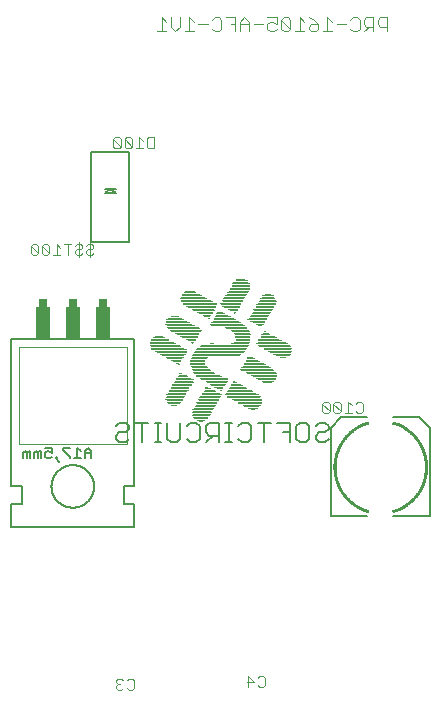
<source format=gbo>
G75*
%MOIN*%
%OFA0B0*%
%FSLAX25Y25*%
%IPPOS*%
%LPD*%
%AMOC8*
5,1,8,0,0,1.08239X$1,22.5*
%
%ADD10C,0.00600*%
%ADD11C,0.00400*%
%ADD12C,0.00300*%
%ADD13R,0.01670X0.00334*%
%ADD14R,0.03000X0.00333*%
%ADD15R,0.04000X0.00333*%
%ADD16R,0.04670X0.00334*%
%ADD17R,0.05000X0.00333*%
%ADD18R,0.05670X0.00333*%
%ADD19R,0.05670X0.00334*%
%ADD20R,0.06000X0.00333*%
%ADD21R,0.06330X0.00334*%
%ADD22R,0.06670X0.00333*%
%ADD23R,0.02000X0.00334*%
%ADD24R,0.07000X0.00334*%
%ADD25R,0.03340X0.00333*%
%ADD26R,0.04330X0.00333*%
%ADD27R,0.07000X0.00333*%
%ADD28R,0.05330X0.00334*%
%ADD29R,0.02330X0.00333*%
%ADD30R,0.03670X0.00333*%
%ADD31R,0.07670X0.00334*%
%ADD32R,0.06670X0.00334*%
%ADD33R,0.04330X0.00334*%
%ADD34R,0.08330X0.00333*%
%ADD35R,0.09000X0.00333*%
%ADD36R,0.09670X0.00334*%
%ADD37R,0.05340X0.00334*%
%ADD38R,0.10000X0.00333*%
%ADD39R,0.05340X0.00333*%
%ADD40R,0.10340X0.00333*%
%ADD41R,0.11000X0.00334*%
%ADD42R,0.06660X0.00334*%
%ADD43R,0.06000X0.00334*%
%ADD44R,0.11330X0.00333*%
%ADD45R,0.11660X0.00333*%
%ADD46R,0.06340X0.00333*%
%ADD47R,0.10330X0.00333*%
%ADD48R,0.06330X0.00333*%
%ADD49R,0.09340X0.00333*%
%ADD50R,0.08670X0.00334*%
%ADD51R,0.07660X0.00333*%
%ADD52R,0.03330X0.00333*%
%ADD53R,0.07330X0.00333*%
%ADD54R,0.02670X0.00333*%
%ADD55R,0.01340X0.00334*%
%ADD56R,0.00660X0.00333*%
%ADD57R,0.04670X0.00333*%
%ADD58R,0.00330X0.00333*%
%ADD59R,0.03660X0.00334*%
%ADD60R,0.04000X0.00334*%
%ADD61R,0.06340X0.00334*%
%ADD62R,0.02660X0.00333*%
%ADD63R,0.04660X0.00333*%
%ADD64R,0.00670X0.00333*%
%ADD65R,0.08330X0.00334*%
%ADD66R,0.08660X0.00333*%
%ADD67R,0.08000X0.00333*%
%ADD68R,0.09670X0.00333*%
%ADD69R,0.10340X0.00334*%
%ADD70R,0.03000X0.00334*%
%ADD71R,0.11000X0.00333*%
%ADD72R,0.02340X0.00333*%
%ADD73R,0.01660X0.00333*%
%ADD74R,0.10000X0.00334*%
%ADD75R,0.08000X0.00334*%
%ADD76R,0.01000X0.00334*%
%ADD77R,0.10670X0.00333*%
%ADD78R,0.10660X0.00333*%
%ADD79R,0.09340X0.00334*%
%ADD80R,0.01330X0.00334*%
%ADD81R,0.05330X0.00333*%
%ADD82R,0.02000X0.00333*%
%ADD83R,0.00670X0.00334*%
%ADD84R,0.05000X0.00334*%
%ADD85R,0.03670X0.00334*%
%ADD86R,0.03660X0.00333*%
%ADD87R,0.07670X0.00333*%
%ADD88R,0.08660X0.00334*%
%ADD89R,0.01000X0.00333*%
%ADD90R,0.09330X0.00333*%
%ADD91R,0.01330X0.00333*%
%ADD92R,0.09330X0.00334*%
%ADD93R,0.16000X0.00333*%
%ADD94R,0.10670X0.00334*%
%ADD95R,0.16660X0.00334*%
%ADD96R,0.16670X0.00333*%
%ADD97R,0.11670X0.00333*%
%ADD98R,0.11660X0.00334*%
%ADD99R,0.16670X0.00334*%
%ADD100R,0.16660X0.00333*%
%ADD101R,0.09000X0.00334*%
%ADD102R,0.16340X0.00334*%
%ADD103R,0.08670X0.00333*%
%ADD104R,0.16330X0.00333*%
%ADD105R,0.15670X0.00333*%
%ADD106R,0.00660X0.00334*%
%ADD107R,0.05660X0.00333*%
%ADD108R,0.01670X0.00333*%
%ADD109R,0.04340X0.00334*%
%ADD110R,0.03330X0.00334*%
%ADD111R,0.00340X0.00333*%
%ADD112R,0.05660X0.00334*%
%ADD113R,0.07330X0.00334*%
%ADD114R,0.08340X0.00333*%
%ADD115R,0.07340X0.00333*%
%ADD116R,0.06660X0.00333*%
%ADD117R,0.01340X0.00333*%
%ADD118R,0.02330X0.00334*%
%ADD119R,0.04340X0.00333*%
%ADD120R,0.02670X0.00334*%
%ADD121R,0.11340X0.00333*%
%ADD122C,0.00500*%
%ADD123C,0.00200*%
%ADD124R,0.03000X0.02500*%
%ADD125R,0.05000X0.11000*%
%ADD126C,0.00800*%
%ADD127C,0.00080*%
D10*
X0042243Y0110100D02*
X0041175Y0111168D01*
X0041175Y0112235D01*
X0042243Y0113303D01*
X0044378Y0113303D01*
X0045446Y0114370D01*
X0045446Y0115438D01*
X0044378Y0116505D01*
X0042243Y0116505D01*
X0041175Y0115438D01*
X0042243Y0110100D02*
X0044378Y0110100D01*
X0045446Y0111168D01*
X0049756Y0110100D02*
X0049756Y0116505D01*
X0051891Y0116505D02*
X0047621Y0116505D01*
X0054053Y0116505D02*
X0056188Y0116505D01*
X0055121Y0116505D02*
X0055121Y0110100D01*
X0056188Y0110100D02*
X0054053Y0110100D01*
X0058363Y0111168D02*
X0058363Y0116505D01*
X0062634Y0116505D02*
X0062634Y0111168D01*
X0061566Y0110100D01*
X0059431Y0110100D01*
X0058363Y0111168D01*
X0064809Y0111168D02*
X0065876Y0110100D01*
X0068012Y0110100D01*
X0069079Y0111168D01*
X0069079Y0115438D01*
X0068012Y0116505D01*
X0065876Y0116505D01*
X0064809Y0115438D01*
X0071254Y0115438D02*
X0071254Y0113303D01*
X0072322Y0112235D01*
X0075525Y0112235D01*
X0075525Y0110100D02*
X0075525Y0116505D01*
X0072322Y0116505D01*
X0071254Y0115438D01*
X0073389Y0112235D02*
X0071254Y0110100D01*
X0077686Y0110100D02*
X0079822Y0110100D01*
X0078754Y0110100D02*
X0078754Y0116505D01*
X0079822Y0116505D02*
X0077686Y0116505D01*
X0081997Y0115438D02*
X0083064Y0116505D01*
X0085200Y0116505D01*
X0086267Y0115438D01*
X0086267Y0111168D01*
X0085200Y0110100D01*
X0083064Y0110100D01*
X0081997Y0111168D01*
X0088442Y0116505D02*
X0092713Y0116505D01*
X0094888Y0116505D02*
X0099158Y0116505D01*
X0099158Y0110100D01*
X0101333Y0111168D02*
X0101333Y0115438D01*
X0102401Y0116505D01*
X0104536Y0116505D01*
X0105604Y0115438D01*
X0105604Y0111168D01*
X0104536Y0110100D01*
X0102401Y0110100D01*
X0101333Y0111168D01*
X0099158Y0113303D02*
X0097023Y0113303D01*
X0090577Y0110100D02*
X0090577Y0116505D01*
X0107779Y0115438D02*
X0108846Y0116505D01*
X0110982Y0116505D01*
X0112049Y0115438D01*
X0112049Y0114370D01*
X0110982Y0113303D01*
X0108846Y0113303D01*
X0107779Y0112235D01*
X0107779Y0111168D01*
X0108846Y0110100D01*
X0110982Y0110100D01*
X0112049Y0111168D01*
D11*
X0033699Y0173101D02*
X0033098Y0172500D01*
X0031897Y0172500D01*
X0031297Y0173101D01*
X0031297Y0173701D01*
X0031897Y0174302D01*
X0033098Y0174302D01*
X0033699Y0174902D01*
X0033699Y0175503D01*
X0033098Y0176103D01*
X0031897Y0176103D01*
X0031297Y0175503D01*
X0030016Y0175503D02*
X0029415Y0176103D01*
X0028214Y0176103D01*
X0027614Y0175503D01*
X0028214Y0174302D02*
X0027614Y0173701D01*
X0027614Y0173101D01*
X0028214Y0172500D01*
X0029415Y0172500D01*
X0030016Y0173101D01*
X0029415Y0174302D02*
X0028214Y0174302D01*
X0029415Y0174302D02*
X0030016Y0174902D01*
X0030016Y0175503D01*
X0028815Y0176704D02*
X0028815Y0171899D01*
X0025132Y0172500D02*
X0025132Y0176103D01*
X0026333Y0176103D02*
X0023931Y0176103D01*
X0022649Y0174902D02*
X0021448Y0176103D01*
X0021448Y0172500D01*
X0022649Y0172500D02*
X0020247Y0172500D01*
X0018966Y0173101D02*
X0018966Y0175503D01*
X0018366Y0176103D01*
X0017165Y0176103D01*
X0016564Y0175503D01*
X0018966Y0173101D01*
X0018366Y0172500D01*
X0017165Y0172500D01*
X0016564Y0173101D01*
X0016564Y0175503D01*
X0015283Y0175503D02*
X0015283Y0173101D01*
X0012881Y0175503D01*
X0012881Y0173101D01*
X0013482Y0172500D01*
X0014683Y0172500D01*
X0015283Y0173101D01*
X0015283Y0175503D02*
X0014683Y0176103D01*
X0013482Y0176103D01*
X0012881Y0175503D01*
X0032498Y0176704D02*
X0032498Y0171899D01*
X0054868Y0247000D02*
X0057937Y0247000D01*
X0056403Y0247000D02*
X0056403Y0251604D01*
X0057937Y0250069D01*
X0059472Y0248535D02*
X0059472Y0251604D01*
X0059472Y0248535D02*
X0061006Y0247000D01*
X0062541Y0248535D01*
X0062541Y0251604D01*
X0065610Y0251604D02*
X0065610Y0247000D01*
X0064076Y0247000D02*
X0067145Y0247000D01*
X0068680Y0249302D02*
X0071749Y0249302D01*
X0073284Y0250837D02*
X0074051Y0251604D01*
X0075586Y0251604D01*
X0076353Y0250837D01*
X0076353Y0247767D01*
X0075586Y0247000D01*
X0074051Y0247000D01*
X0073284Y0247767D01*
X0077888Y0251604D02*
X0080957Y0251604D01*
X0080957Y0247000D01*
X0082491Y0247000D02*
X0082491Y0250069D01*
X0084026Y0251604D01*
X0085561Y0250069D01*
X0085561Y0247000D01*
X0085561Y0249302D02*
X0082491Y0249302D01*
X0080957Y0249302D02*
X0079422Y0249302D01*
X0087095Y0249302D02*
X0090165Y0249302D01*
X0091699Y0249302D02*
X0091699Y0247767D01*
X0092467Y0247000D01*
X0094001Y0247000D01*
X0094769Y0247767D01*
X0096303Y0247767D02*
X0096303Y0250837D01*
X0099373Y0247767D01*
X0098605Y0247000D01*
X0097071Y0247000D01*
X0096303Y0247767D01*
X0094769Y0249302D02*
X0093234Y0250069D01*
X0092467Y0250069D01*
X0091699Y0249302D01*
X0091699Y0251604D02*
X0094769Y0251604D01*
X0094769Y0249302D01*
X0096303Y0250837D02*
X0097071Y0251604D01*
X0098605Y0251604D01*
X0099373Y0250837D01*
X0099373Y0247767D01*
X0100907Y0247000D02*
X0103976Y0247000D01*
X0102442Y0247000D02*
X0102442Y0251604D01*
X0103976Y0250069D01*
X0105511Y0248535D02*
X0105511Y0247767D01*
X0106278Y0247000D01*
X0107813Y0247000D01*
X0108580Y0247767D01*
X0108580Y0249302D01*
X0106278Y0249302D01*
X0105511Y0248535D01*
X0107046Y0250837D02*
X0105511Y0251604D01*
X0107046Y0250837D02*
X0108580Y0249302D01*
X0110115Y0247000D02*
X0113184Y0247000D01*
X0111650Y0247000D02*
X0111650Y0251604D01*
X0113184Y0250069D01*
X0114719Y0249302D02*
X0117788Y0249302D01*
X0119323Y0250837D02*
X0120090Y0251604D01*
X0121625Y0251604D01*
X0122392Y0250837D01*
X0122392Y0247767D01*
X0121625Y0247000D01*
X0120090Y0247000D01*
X0119323Y0247767D01*
X0123927Y0247000D02*
X0125461Y0248535D01*
X0124694Y0248535D02*
X0126996Y0248535D01*
X0126996Y0247000D02*
X0126996Y0251604D01*
X0124694Y0251604D01*
X0123927Y0250837D01*
X0123927Y0249302D01*
X0124694Y0248535D01*
X0128531Y0249302D02*
X0129298Y0248535D01*
X0131600Y0248535D01*
X0131600Y0247000D02*
X0131600Y0251604D01*
X0129298Y0251604D01*
X0128531Y0250837D01*
X0128531Y0249302D01*
X0067145Y0250069D02*
X0065610Y0251604D01*
D12*
X0041148Y0028126D02*
X0041765Y0027509D01*
X0042999Y0027509D01*
X0043616Y0028126D01*
X0044831Y0028126D02*
X0045448Y0027509D01*
X0046682Y0027509D01*
X0047300Y0028126D01*
X0047300Y0030595D01*
X0046682Y0031212D01*
X0045448Y0031212D01*
X0044831Y0030595D01*
X0043616Y0030595D02*
X0042999Y0031212D01*
X0041765Y0031212D01*
X0041148Y0030595D01*
X0041148Y0029978D01*
X0041765Y0029361D01*
X0041148Y0028743D01*
X0041148Y0028126D01*
X0041765Y0029361D02*
X0042382Y0029361D01*
X0084715Y0030243D02*
X0087184Y0030243D01*
X0085332Y0032094D01*
X0085332Y0028391D01*
X0088398Y0029008D02*
X0089015Y0028391D01*
X0090249Y0028391D01*
X0090867Y0029008D01*
X0090867Y0031477D01*
X0090249Y0032094D01*
X0089015Y0032094D01*
X0088398Y0031477D01*
X0110639Y0119785D02*
X0110022Y0120402D01*
X0110022Y0122871D01*
X0112490Y0120402D01*
X0111873Y0119785D01*
X0110639Y0119785D01*
X0112490Y0120402D02*
X0112490Y0122871D01*
X0111873Y0123488D01*
X0110639Y0123488D01*
X0110022Y0122871D01*
X0113705Y0122871D02*
X0113705Y0120402D01*
X0114322Y0119785D01*
X0115556Y0119785D01*
X0116173Y0120402D01*
X0113705Y0122871D01*
X0114322Y0123488D01*
X0115556Y0123488D01*
X0116173Y0122871D01*
X0116173Y0120402D01*
X0117388Y0119785D02*
X0119857Y0119785D01*
X0118622Y0119785D02*
X0118622Y0123488D01*
X0119857Y0122253D01*
X0121071Y0122871D02*
X0121688Y0123488D01*
X0122923Y0123488D01*
X0123540Y0122871D01*
X0123540Y0120402D01*
X0122923Y0119785D01*
X0121688Y0119785D01*
X0121071Y0120402D01*
X0053883Y0207950D02*
X0052031Y0207950D01*
X0051414Y0208567D01*
X0051414Y0211036D01*
X0052031Y0211653D01*
X0053883Y0211653D01*
X0053883Y0207950D01*
X0050199Y0207950D02*
X0047731Y0207950D01*
X0048965Y0207950D02*
X0048965Y0211653D01*
X0050199Y0210419D01*
X0046516Y0211036D02*
X0046516Y0208567D01*
X0044048Y0211036D01*
X0044048Y0208567D01*
X0044665Y0207950D01*
X0045899Y0207950D01*
X0046516Y0208567D01*
X0046516Y0211036D02*
X0045899Y0211653D01*
X0044665Y0211653D01*
X0044048Y0211036D01*
X0042833Y0211036D02*
X0042833Y0208567D01*
X0040364Y0211036D01*
X0040364Y0208567D01*
X0040982Y0207950D01*
X0042216Y0207950D01*
X0042833Y0208567D01*
X0042833Y0211036D02*
X0042216Y0211653D01*
X0040982Y0211653D01*
X0040364Y0211036D01*
D13*
X0080634Y0153468D03*
X0082964Y0164468D03*
X0066634Y0143468D03*
X0091964Y0129468D03*
D14*
X0091969Y0129801D03*
X0091299Y0145801D03*
X0082969Y0164134D03*
X0076299Y0152801D03*
X0075629Y0128134D03*
D15*
X0081469Y0128801D03*
X0086469Y0137134D03*
X0091799Y0130134D03*
X0088799Y0149801D03*
X0083129Y0163801D03*
X0055469Y0144801D03*
D16*
X0068464Y0136468D03*
X0081464Y0128468D03*
X0083134Y0163468D03*
D17*
X0082969Y0163134D03*
X0091969Y0157801D03*
X0088629Y0150134D03*
X0083629Y0145134D03*
X0083629Y0144801D03*
X0086629Y0121801D03*
X0069629Y0118134D03*
X0063969Y0131134D03*
X0068629Y0135801D03*
X0068629Y0136134D03*
X0068629Y0136801D03*
X0068629Y0137134D03*
X0060969Y0137801D03*
D18*
X0055964Y0144134D03*
X0060964Y0150801D03*
X0065634Y0145134D03*
X0069634Y0134134D03*
X0072964Y0126134D03*
X0069634Y0118801D03*
X0060634Y0124134D03*
X0079634Y0155134D03*
X0082964Y0162801D03*
X0082634Y0142801D03*
X0096634Y0139134D03*
D19*
X0086964Y0136468D03*
X0082964Y0146468D03*
X0082964Y0162468D03*
X0074964Y0129468D03*
D20*
X0069799Y0133801D03*
X0064129Y0130801D03*
X0061129Y0125134D03*
X0060799Y0138134D03*
X0069799Y0119134D03*
X0082799Y0146801D03*
X0082469Y0147134D03*
X0089129Y0152134D03*
X0089799Y0153134D03*
X0090129Y0153801D03*
X0090799Y0154801D03*
X0091469Y0156134D03*
X0091799Y0156801D03*
X0082799Y0161801D03*
X0082799Y0162134D03*
X0066129Y0159134D03*
X0086469Y0122134D03*
X0091469Y0130801D03*
D21*
X0088634Y0151468D03*
X0089964Y0153468D03*
X0090634Y0154468D03*
X0082634Y0161468D03*
X0070634Y0153468D03*
X0063634Y0129468D03*
X0062964Y0128468D03*
X0069634Y0119468D03*
D22*
X0070464Y0121134D03*
X0071134Y0122134D03*
X0071464Y0122801D03*
X0072134Y0123801D03*
X0073134Y0125801D03*
X0087134Y0136134D03*
X0077134Y0151134D03*
X0079464Y0155801D03*
X0080134Y0156801D03*
X0081464Y0159134D03*
X0082134Y0160134D03*
X0082464Y0160801D03*
X0082464Y0161134D03*
X0066464Y0158801D03*
D23*
X0065799Y0160468D03*
X0061799Y0136468D03*
X0063129Y0132468D03*
D24*
X0071969Y0123468D03*
X0071299Y0122468D03*
X0070629Y0121468D03*
X0056299Y0143468D03*
X0081629Y0159468D03*
X0082299Y0160468D03*
D25*
X0065799Y0160134D03*
X0086799Y0121134D03*
D26*
X0072634Y0126801D03*
X0060634Y0122801D03*
X0076634Y0152134D03*
X0065964Y0159801D03*
X0091964Y0158134D03*
D27*
X0081969Y0159801D03*
X0081299Y0158801D03*
X0080969Y0158134D03*
X0080629Y0157801D03*
X0080299Y0157134D03*
X0079629Y0156134D03*
X0081629Y0147801D03*
X0092299Y0144134D03*
X0096299Y0139801D03*
X0072969Y0125134D03*
X0072629Y0124801D03*
X0072299Y0124134D03*
X0071629Y0123134D03*
X0070299Y0120801D03*
X0070969Y0132801D03*
X0070629Y0133134D03*
X0061629Y0150134D03*
D28*
X0066134Y0159468D03*
X0088464Y0150468D03*
X0069464Y0118468D03*
D29*
X0060634Y0122134D03*
X0071634Y0151801D03*
X0075964Y0153134D03*
X0091964Y0159134D03*
X0096964Y0138134D03*
D30*
X0091964Y0158801D03*
D31*
X0066634Y0158468D03*
D32*
X0065464Y0145468D03*
X0060464Y0138468D03*
X0070134Y0133468D03*
X0073134Y0125468D03*
X0072464Y0124468D03*
X0070134Y0120468D03*
X0078134Y0138468D03*
X0082134Y0142468D03*
X0082134Y0147468D03*
X0079464Y0155468D03*
X0080464Y0157468D03*
X0081134Y0158468D03*
X0086134Y0122468D03*
D33*
X0086634Y0121468D03*
X0079964Y0154468D03*
X0091964Y0158468D03*
X0065964Y0144468D03*
D34*
X0064964Y0146134D03*
X0066964Y0158134D03*
D35*
X0067299Y0157801D03*
X0062299Y0149134D03*
X0074299Y0130801D03*
X0095299Y0140801D03*
D36*
X0094634Y0141468D03*
X0067634Y0157468D03*
D37*
X0072799Y0126468D03*
X0091799Y0157468D03*
D38*
X0089469Y0133134D03*
X0084799Y0124134D03*
X0067799Y0157134D03*
X0059799Y0139801D03*
X0057799Y0141801D03*
X0057469Y0142134D03*
D39*
X0065799Y0144801D03*
X0068799Y0137801D03*
X0068799Y0135134D03*
X0060799Y0123801D03*
X0076799Y0151801D03*
X0079799Y0154801D03*
X0070799Y0153134D03*
X0081799Y0128134D03*
X0091799Y0157134D03*
D40*
X0093299Y0142801D03*
X0094299Y0141801D03*
X0068299Y0156801D03*
D41*
X0068629Y0156468D03*
X0069629Y0155468D03*
X0064299Y0147468D03*
X0093299Y0142468D03*
D42*
X0079799Y0156468D03*
X0073799Y0142468D03*
X0069799Y0138468D03*
X0061799Y0126468D03*
D43*
X0060799Y0124468D03*
X0077129Y0151468D03*
X0091129Y0155468D03*
X0091469Y0156468D03*
X0096469Y0139468D03*
D44*
X0083134Y0125801D03*
X0078464Y0148801D03*
X0069134Y0156134D03*
D45*
X0069299Y0155801D03*
D46*
X0063299Y0129134D03*
X0063299Y0128801D03*
X0062299Y0127134D03*
X0061299Y0125801D03*
X0088299Y0150801D03*
X0090299Y0154134D03*
X0091299Y0155801D03*
X0091299Y0131134D03*
D47*
X0082964Y0126134D03*
X0069634Y0155134D03*
D48*
X0055964Y0143801D03*
X0063964Y0130134D03*
X0062634Y0128134D03*
X0062634Y0127801D03*
X0061964Y0126801D03*
X0061634Y0126134D03*
X0060964Y0124801D03*
X0069964Y0120134D03*
X0081964Y0127801D03*
X0088634Y0151134D03*
X0088964Y0151801D03*
X0089634Y0152801D03*
X0090964Y0155134D03*
D49*
X0073799Y0131134D03*
X0062799Y0148801D03*
X0069799Y0154801D03*
D50*
X0070134Y0154468D03*
X0062134Y0149468D03*
X0085464Y0123468D03*
D51*
X0070299Y0154134D03*
X0065299Y0145801D03*
X0060299Y0138801D03*
D52*
X0063464Y0131801D03*
X0072464Y0127134D03*
X0081134Y0129134D03*
X0080134Y0154134D03*
D53*
X0077464Y0150801D03*
X0081134Y0148134D03*
X0087464Y0135801D03*
X0070464Y0153801D03*
D54*
X0071464Y0152134D03*
X0066464Y0143801D03*
X0061464Y0136801D03*
X0063464Y0132134D03*
X0055464Y0145134D03*
X0069464Y0117134D03*
X0080464Y0153801D03*
D55*
X0075799Y0153468D03*
X0071799Y0151468D03*
X0075799Y0127468D03*
D56*
X0090799Y0146801D03*
X0080799Y0153134D03*
D57*
X0083464Y0144134D03*
X0083464Y0143801D03*
X0071134Y0152801D03*
X0060464Y0123134D03*
X0069464Y0117801D03*
D58*
X0066964Y0142801D03*
X0080964Y0152801D03*
D59*
X0071299Y0152468D03*
X0075299Y0128468D03*
D60*
X0069469Y0117468D03*
X0063799Y0131468D03*
X0060799Y0151468D03*
X0076469Y0152468D03*
D61*
X0064299Y0130468D03*
X0062299Y0127468D03*
X0061299Y0125468D03*
X0061299Y0150468D03*
X0089299Y0152468D03*
X0092299Y0144468D03*
D62*
X0060799Y0151801D03*
D63*
X0060799Y0151134D03*
X0086799Y0136801D03*
X0091799Y0145134D03*
X0096799Y0138801D03*
D64*
X0080464Y0130134D03*
X0076134Y0127134D03*
X0072134Y0151134D03*
D65*
X0077634Y0150468D03*
X0072964Y0131468D03*
X0095634Y0140468D03*
D66*
X0087799Y0135134D03*
X0077799Y0150134D03*
X0056799Y0142801D03*
D67*
X0056469Y0143134D03*
X0061799Y0149801D03*
X0082469Y0127134D03*
X0085799Y0123134D03*
X0090799Y0131801D03*
D68*
X0089964Y0132801D03*
X0087964Y0134801D03*
X0077964Y0149801D03*
X0064634Y0146801D03*
D69*
X0078299Y0149468D03*
X0088299Y0134468D03*
D70*
X0088969Y0149468D03*
D71*
X0088299Y0134134D03*
X0088629Y0133801D03*
X0083969Y0124801D03*
X0078299Y0149134D03*
X0058629Y0141134D03*
D72*
X0086299Y0137801D03*
X0089299Y0149134D03*
D73*
X0089299Y0148801D03*
D74*
X0063129Y0148468D03*
D75*
X0074469Y0130468D03*
X0080469Y0148468D03*
X0087469Y0135468D03*
D76*
X0089629Y0148468D03*
D77*
X0064464Y0147134D03*
X0063464Y0148134D03*
X0059464Y0140134D03*
D78*
X0063799Y0147801D03*
X0093799Y0142134D03*
D79*
X0082799Y0126468D03*
X0064799Y0146468D03*
D80*
X0091134Y0146468D03*
D81*
X0092134Y0144801D03*
X0083464Y0145801D03*
X0083134Y0146134D03*
X0083134Y0143134D03*
X0075134Y0129134D03*
X0069134Y0134801D03*
D82*
X0075799Y0127801D03*
X0091129Y0146134D03*
D83*
X0055464Y0145468D03*
D84*
X0055629Y0144468D03*
X0068629Y0137468D03*
X0068629Y0135468D03*
X0060629Y0123468D03*
X0083299Y0143468D03*
X0083629Y0144468D03*
X0083629Y0145468D03*
X0091629Y0130468D03*
D85*
X0096964Y0138468D03*
X0091634Y0145468D03*
X0060634Y0122468D03*
D86*
X0061299Y0137134D03*
X0066299Y0144134D03*
D87*
X0071964Y0132134D03*
X0085964Y0122801D03*
X0095964Y0140134D03*
X0092634Y0143801D03*
D88*
X0092799Y0143468D03*
D89*
X0071629Y0128134D03*
X0062969Y0132801D03*
X0061969Y0136134D03*
X0066969Y0143134D03*
D90*
X0085134Y0123801D03*
X0095134Y0141134D03*
X0093134Y0143134D03*
D91*
X0073134Y0142801D03*
X0069464Y0116801D03*
D92*
X0057134Y0142468D03*
X0090134Y0132468D03*
D93*
X0077469Y0142134D03*
X0077129Y0141801D03*
D94*
X0084464Y0124468D03*
X0089134Y0133468D03*
X0058134Y0141468D03*
D95*
X0076799Y0141468D03*
D96*
X0076464Y0141134D03*
X0076134Y0140801D03*
X0075464Y0139801D03*
D97*
X0058964Y0140801D03*
D98*
X0059299Y0140468D03*
X0083299Y0125468D03*
D99*
X0076134Y0140468D03*
D100*
X0075799Y0140134D03*
D101*
X0059969Y0139468D03*
D102*
X0075299Y0139468D03*
D103*
X0082464Y0126801D03*
X0090464Y0132134D03*
X0060134Y0139134D03*
D104*
X0074964Y0139134D03*
D105*
X0074634Y0138801D03*
D106*
X0085799Y0138468D03*
D107*
X0069299Y0138134D03*
D108*
X0071964Y0127801D03*
X0085964Y0138134D03*
D109*
X0061299Y0137468D03*
D110*
X0086464Y0137468D03*
D111*
X0062299Y0135801D03*
D112*
X0069299Y0134468D03*
D113*
X0071464Y0132468D03*
X0082134Y0127468D03*
X0091134Y0131468D03*
D114*
X0072299Y0131801D03*
D115*
X0074799Y0130134D03*
D116*
X0074799Y0129801D03*
X0070799Y0121801D03*
X0069799Y0119801D03*
X0063799Y0129801D03*
D117*
X0080799Y0129801D03*
X0086799Y0120801D03*
D118*
X0080964Y0129468D03*
D119*
X0075299Y0128801D03*
D120*
X0072134Y0127468D03*
D121*
X0083799Y0125134D03*
D122*
X0047300Y0144300D02*
X0047300Y0095300D01*
X0043800Y0095300D01*
X0043800Y0089300D01*
X0047300Y0089300D01*
X0047300Y0081800D01*
X0006300Y0081800D01*
X0006300Y0089300D01*
X0009800Y0089300D01*
X0009800Y0095300D01*
X0006300Y0095300D01*
X0006300Y0144300D01*
X0047300Y0144300D01*
X0045599Y0176776D02*
X0033812Y0176776D01*
X0034038Y0176776D01*
X0033812Y0176776D02*
X0033001Y0176776D01*
X0033001Y0206717D01*
X0043812Y0206717D01*
X0045599Y0206717D01*
X0045599Y0176776D01*
X0041050Y0193050D02*
X0037550Y0193050D01*
X0039300Y0194550D01*
X0041050Y0193050D01*
X0041050Y0194550D02*
X0037550Y0194550D01*
X0043812Y0206717D02*
X0044788Y0206717D01*
X0031856Y0108053D02*
X0030722Y0106919D01*
X0030722Y0104650D01*
X0029399Y0104650D02*
X0027131Y0104650D01*
X0028265Y0104650D02*
X0028265Y0108053D01*
X0029399Y0106919D01*
X0030722Y0106351D02*
X0032990Y0106351D01*
X0032990Y0106919D02*
X0031856Y0108053D01*
X0032990Y0106919D02*
X0032990Y0104650D01*
X0019700Y0095300D02*
X0019702Y0095474D01*
X0019709Y0095648D01*
X0019719Y0095822D01*
X0019734Y0095996D01*
X0019753Y0096169D01*
X0019777Y0096342D01*
X0019805Y0096514D01*
X0019836Y0096685D01*
X0019873Y0096856D01*
X0019913Y0097025D01*
X0019957Y0097194D01*
X0020006Y0097361D01*
X0020058Y0097527D01*
X0020115Y0097692D01*
X0020176Y0097855D01*
X0020240Y0098017D01*
X0020309Y0098177D01*
X0020382Y0098336D01*
X0020458Y0098492D01*
X0020538Y0098647D01*
X0020622Y0098800D01*
X0020710Y0098950D01*
X0020802Y0099098D01*
X0020897Y0099245D01*
X0020995Y0099388D01*
X0021097Y0099529D01*
X0021203Y0099668D01*
X0021312Y0099804D01*
X0021424Y0099938D01*
X0021539Y0100068D01*
X0021658Y0100196D01*
X0021780Y0100320D01*
X0021904Y0100442D01*
X0022032Y0100561D01*
X0022162Y0100676D01*
X0022296Y0100788D01*
X0022432Y0100897D01*
X0022571Y0101003D01*
X0022712Y0101105D01*
X0022855Y0101203D01*
X0023002Y0101298D01*
X0023150Y0101390D01*
X0023300Y0101478D01*
X0023453Y0101562D01*
X0023608Y0101642D01*
X0023764Y0101718D01*
X0023923Y0101791D01*
X0024083Y0101860D01*
X0024245Y0101924D01*
X0024408Y0101985D01*
X0024573Y0102042D01*
X0024739Y0102094D01*
X0024906Y0102143D01*
X0025075Y0102187D01*
X0025244Y0102227D01*
X0025415Y0102264D01*
X0025586Y0102295D01*
X0025758Y0102323D01*
X0025931Y0102347D01*
X0026104Y0102366D01*
X0026278Y0102381D01*
X0026452Y0102391D01*
X0026626Y0102398D01*
X0026800Y0102400D01*
X0026974Y0102398D01*
X0027148Y0102391D01*
X0027322Y0102381D01*
X0027496Y0102366D01*
X0027669Y0102347D01*
X0027842Y0102323D01*
X0028014Y0102295D01*
X0028185Y0102264D01*
X0028356Y0102227D01*
X0028525Y0102187D01*
X0028694Y0102143D01*
X0028861Y0102094D01*
X0029027Y0102042D01*
X0029192Y0101985D01*
X0029355Y0101924D01*
X0029517Y0101860D01*
X0029677Y0101791D01*
X0029836Y0101718D01*
X0029992Y0101642D01*
X0030147Y0101562D01*
X0030300Y0101478D01*
X0030450Y0101390D01*
X0030598Y0101298D01*
X0030745Y0101203D01*
X0030888Y0101105D01*
X0031029Y0101003D01*
X0031168Y0100897D01*
X0031304Y0100788D01*
X0031438Y0100676D01*
X0031568Y0100561D01*
X0031696Y0100442D01*
X0031820Y0100320D01*
X0031942Y0100196D01*
X0032061Y0100068D01*
X0032176Y0099938D01*
X0032288Y0099804D01*
X0032397Y0099668D01*
X0032503Y0099529D01*
X0032605Y0099388D01*
X0032703Y0099245D01*
X0032798Y0099098D01*
X0032890Y0098950D01*
X0032978Y0098800D01*
X0033062Y0098647D01*
X0033142Y0098492D01*
X0033218Y0098336D01*
X0033291Y0098177D01*
X0033360Y0098017D01*
X0033424Y0097855D01*
X0033485Y0097692D01*
X0033542Y0097527D01*
X0033594Y0097361D01*
X0033643Y0097194D01*
X0033687Y0097025D01*
X0033727Y0096856D01*
X0033764Y0096685D01*
X0033795Y0096514D01*
X0033823Y0096342D01*
X0033847Y0096169D01*
X0033866Y0095996D01*
X0033881Y0095822D01*
X0033891Y0095648D01*
X0033898Y0095474D01*
X0033900Y0095300D01*
X0033898Y0095126D01*
X0033891Y0094952D01*
X0033881Y0094778D01*
X0033866Y0094604D01*
X0033847Y0094431D01*
X0033823Y0094258D01*
X0033795Y0094086D01*
X0033764Y0093915D01*
X0033727Y0093744D01*
X0033687Y0093575D01*
X0033643Y0093406D01*
X0033594Y0093239D01*
X0033542Y0093073D01*
X0033485Y0092908D01*
X0033424Y0092745D01*
X0033360Y0092583D01*
X0033291Y0092423D01*
X0033218Y0092264D01*
X0033142Y0092108D01*
X0033062Y0091953D01*
X0032978Y0091800D01*
X0032890Y0091650D01*
X0032798Y0091502D01*
X0032703Y0091355D01*
X0032605Y0091212D01*
X0032503Y0091071D01*
X0032397Y0090932D01*
X0032288Y0090796D01*
X0032176Y0090662D01*
X0032061Y0090532D01*
X0031942Y0090404D01*
X0031820Y0090280D01*
X0031696Y0090158D01*
X0031568Y0090039D01*
X0031438Y0089924D01*
X0031304Y0089812D01*
X0031168Y0089703D01*
X0031029Y0089597D01*
X0030888Y0089495D01*
X0030745Y0089397D01*
X0030598Y0089302D01*
X0030450Y0089210D01*
X0030300Y0089122D01*
X0030147Y0089038D01*
X0029992Y0088958D01*
X0029836Y0088882D01*
X0029677Y0088809D01*
X0029517Y0088740D01*
X0029355Y0088676D01*
X0029192Y0088615D01*
X0029027Y0088558D01*
X0028861Y0088506D01*
X0028694Y0088457D01*
X0028525Y0088413D01*
X0028356Y0088373D01*
X0028185Y0088336D01*
X0028014Y0088305D01*
X0027842Y0088277D01*
X0027669Y0088253D01*
X0027496Y0088234D01*
X0027322Y0088219D01*
X0027148Y0088209D01*
X0026974Y0088202D01*
X0026800Y0088200D01*
X0026626Y0088202D01*
X0026452Y0088209D01*
X0026278Y0088219D01*
X0026104Y0088234D01*
X0025931Y0088253D01*
X0025758Y0088277D01*
X0025586Y0088305D01*
X0025415Y0088336D01*
X0025244Y0088373D01*
X0025075Y0088413D01*
X0024906Y0088457D01*
X0024739Y0088506D01*
X0024573Y0088558D01*
X0024408Y0088615D01*
X0024245Y0088676D01*
X0024083Y0088740D01*
X0023923Y0088809D01*
X0023764Y0088882D01*
X0023608Y0088958D01*
X0023453Y0089038D01*
X0023300Y0089122D01*
X0023150Y0089210D01*
X0023002Y0089302D01*
X0022855Y0089397D01*
X0022712Y0089495D01*
X0022571Y0089597D01*
X0022432Y0089703D01*
X0022296Y0089812D01*
X0022162Y0089924D01*
X0022032Y0090039D01*
X0021904Y0090158D01*
X0021780Y0090280D01*
X0021658Y0090404D01*
X0021539Y0090532D01*
X0021424Y0090662D01*
X0021312Y0090796D01*
X0021203Y0090932D01*
X0021097Y0091071D01*
X0020995Y0091212D01*
X0020897Y0091355D01*
X0020802Y0091502D01*
X0020710Y0091650D01*
X0020622Y0091800D01*
X0020538Y0091953D01*
X0020458Y0092108D01*
X0020382Y0092264D01*
X0020309Y0092423D01*
X0020240Y0092583D01*
X0020176Y0092745D01*
X0020115Y0092908D01*
X0020058Y0093073D01*
X0020006Y0093239D01*
X0019957Y0093406D01*
X0019913Y0093575D01*
X0019873Y0093744D01*
X0019836Y0093915D01*
X0019805Y0094086D01*
X0019777Y0094258D01*
X0019753Y0094431D01*
X0019734Y0094604D01*
X0019719Y0094778D01*
X0019709Y0094952D01*
X0019702Y0095126D01*
X0019700Y0095300D01*
X0022217Y0103516D02*
X0021083Y0104650D01*
X0021650Y0104650D01*
X0021650Y0105217D01*
X0021083Y0105217D01*
X0021083Y0104650D01*
X0019823Y0105217D02*
X0019256Y0104650D01*
X0018122Y0104650D01*
X0017555Y0105217D01*
X0017555Y0106351D01*
X0018122Y0106919D01*
X0018689Y0106919D01*
X0019823Y0106351D01*
X0019823Y0108053D01*
X0017555Y0108053D01*
X0016232Y0106919D02*
X0016232Y0104650D01*
X0015098Y0104650D02*
X0015098Y0106351D01*
X0014531Y0106919D01*
X0013964Y0106351D01*
X0013964Y0104650D01*
X0012641Y0104650D02*
X0012641Y0106919D01*
X0012074Y0106919D01*
X0011507Y0106351D01*
X0010940Y0106919D01*
X0010372Y0106351D01*
X0010372Y0104650D01*
X0011507Y0104650D02*
X0011507Y0106351D01*
X0015098Y0106351D02*
X0015665Y0106919D01*
X0016232Y0106919D01*
X0023540Y0107486D02*
X0025808Y0105217D01*
X0025808Y0104650D01*
X0025808Y0108053D02*
X0023540Y0108053D01*
X0023540Y0107486D01*
D123*
X0008800Y0109300D02*
X0008800Y0141800D01*
X0044800Y0141800D01*
X0044800Y0109300D01*
X0008800Y0109300D01*
D124*
X0016800Y0156550D03*
X0026800Y0156550D03*
X0036800Y0156550D03*
D125*
X0036800Y0149800D03*
X0026800Y0149800D03*
X0016800Y0149800D03*
D126*
X0112765Y0114792D02*
X0112765Y0085265D01*
X0124969Y0085265D01*
X0133631Y0085265D02*
X0145835Y0085265D01*
X0145835Y0114792D01*
X0142292Y0118335D01*
X0133631Y0118335D01*
X0124969Y0118335D02*
X0116308Y0118335D01*
X0112765Y0114792D01*
D127*
X0133571Y0086702D02*
X0133373Y0087394D01*
X0133722Y0087499D01*
X0134069Y0087614D01*
X0134412Y0087736D01*
X0134753Y0087867D01*
X0135090Y0088006D01*
X0135424Y0088153D01*
X0135754Y0088309D01*
X0136080Y0088472D01*
X0136402Y0088643D01*
X0136720Y0088822D01*
X0137033Y0089009D01*
X0137342Y0089203D01*
X0137646Y0089405D01*
X0137945Y0089614D01*
X0138238Y0089830D01*
X0138527Y0090053D01*
X0138810Y0090283D01*
X0139087Y0090520D01*
X0139358Y0090764D01*
X0139624Y0091014D01*
X0139883Y0091271D01*
X0140136Y0091534D01*
X0140382Y0091803D01*
X0140622Y0092078D01*
X0140855Y0092358D01*
X0141081Y0092644D01*
X0141300Y0092936D01*
X0141512Y0093233D01*
X0141717Y0093535D01*
X0141914Y0093841D01*
X0142104Y0094153D01*
X0142286Y0094469D01*
X0142461Y0094789D01*
X0142627Y0095114D01*
X0142786Y0095442D01*
X0142936Y0095774D01*
X0143079Y0096110D01*
X0143213Y0096449D01*
X0143339Y0096792D01*
X0143457Y0097137D01*
X0143566Y0097485D01*
X0143667Y0097835D01*
X0143759Y0098188D01*
X0143842Y0098543D01*
X0143917Y0098900D01*
X0143983Y0099259D01*
X0144041Y0099619D01*
X0144089Y0099981D01*
X0144129Y0100343D01*
X0144160Y0100707D01*
X0144182Y0101071D01*
X0144196Y0101435D01*
X0144200Y0101800D01*
X0144196Y0102165D01*
X0144182Y0102529D01*
X0144160Y0102893D01*
X0144129Y0103257D01*
X0144089Y0103619D01*
X0144041Y0103981D01*
X0143983Y0104341D01*
X0143917Y0104700D01*
X0143842Y0105057D01*
X0143759Y0105412D01*
X0143667Y0105765D01*
X0143566Y0106115D01*
X0143457Y0106463D01*
X0143339Y0106808D01*
X0143213Y0107151D01*
X0143079Y0107490D01*
X0142936Y0107826D01*
X0142786Y0108158D01*
X0142627Y0108486D01*
X0142461Y0108811D01*
X0142286Y0109131D01*
X0142104Y0109447D01*
X0141914Y0109759D01*
X0141717Y0110065D01*
X0141512Y0110367D01*
X0141300Y0110664D01*
X0141081Y0110956D01*
X0140855Y0111242D01*
X0140622Y0111522D01*
X0140382Y0111797D01*
X0140136Y0112066D01*
X0139883Y0112329D01*
X0139624Y0112586D01*
X0139358Y0112836D01*
X0139087Y0113080D01*
X0138810Y0113317D01*
X0138527Y0113547D01*
X0138238Y0113770D01*
X0137945Y0113986D01*
X0137646Y0114195D01*
X0137342Y0114397D01*
X0137033Y0114591D01*
X0136720Y0114778D01*
X0136402Y0114957D01*
X0136080Y0115128D01*
X0135754Y0115291D01*
X0135424Y0115447D01*
X0135090Y0115594D01*
X0134753Y0115733D01*
X0134412Y0115864D01*
X0134069Y0115986D01*
X0133722Y0116101D01*
X0133373Y0116206D01*
X0133571Y0116898D01*
X0133572Y0116898D01*
X0133938Y0116788D01*
X0134301Y0116668D01*
X0134661Y0116540D01*
X0135018Y0116402D01*
X0135371Y0116257D01*
X0135721Y0116102D01*
X0136067Y0115940D01*
X0136409Y0115769D01*
X0136746Y0115589D01*
X0137079Y0115402D01*
X0137408Y0115206D01*
X0137731Y0115002D01*
X0138050Y0114791D01*
X0138363Y0114572D01*
X0138671Y0114346D01*
X0138973Y0114112D01*
X0139270Y0113870D01*
X0139561Y0113622D01*
X0139845Y0113366D01*
X0140123Y0113104D01*
X0140395Y0112835D01*
X0140660Y0112560D01*
X0140918Y0112278D01*
X0141170Y0111990D01*
X0141414Y0111696D01*
X0141651Y0111396D01*
X0141881Y0111090D01*
X0142103Y0110779D01*
X0142317Y0110463D01*
X0142524Y0110141D01*
X0142723Y0109815D01*
X0142914Y0109484D01*
X0143097Y0109148D01*
X0143271Y0108808D01*
X0143438Y0108464D01*
X0143595Y0108115D01*
X0143745Y0107763D01*
X0143886Y0107408D01*
X0144018Y0107049D01*
X0144141Y0106687D01*
X0144255Y0106323D01*
X0144361Y0105955D01*
X0144457Y0105585D01*
X0144545Y0105213D01*
X0144623Y0104839D01*
X0144693Y0104463D01*
X0144753Y0104086D01*
X0144804Y0103707D01*
X0144846Y0103327D01*
X0144878Y0102946D01*
X0144901Y0102564D01*
X0144915Y0102182D01*
X0144920Y0101800D01*
X0144915Y0101418D01*
X0144901Y0101036D01*
X0144878Y0100654D01*
X0144846Y0100273D01*
X0144804Y0099893D01*
X0144753Y0099514D01*
X0144693Y0099137D01*
X0144623Y0098761D01*
X0144545Y0098387D01*
X0144457Y0098015D01*
X0144361Y0097645D01*
X0144255Y0097277D01*
X0144141Y0096913D01*
X0144018Y0096551D01*
X0143886Y0096192D01*
X0143745Y0095837D01*
X0143595Y0095485D01*
X0143438Y0095136D01*
X0143271Y0094792D01*
X0143097Y0094452D01*
X0142914Y0094116D01*
X0142723Y0093785D01*
X0142524Y0093459D01*
X0142317Y0093137D01*
X0142103Y0092821D01*
X0141881Y0092510D01*
X0141651Y0092204D01*
X0141414Y0091904D01*
X0141170Y0091610D01*
X0140918Y0091322D01*
X0140660Y0091040D01*
X0140395Y0090765D01*
X0140123Y0090496D01*
X0139845Y0090234D01*
X0139561Y0089978D01*
X0139270Y0089730D01*
X0138973Y0089488D01*
X0138671Y0089254D01*
X0138363Y0089028D01*
X0138050Y0088809D01*
X0137731Y0088598D01*
X0137408Y0088394D01*
X0137079Y0088198D01*
X0136746Y0088011D01*
X0136409Y0087831D01*
X0136067Y0087660D01*
X0135721Y0087498D01*
X0135371Y0087343D01*
X0135018Y0087198D01*
X0134661Y0087060D01*
X0134301Y0086932D01*
X0133938Y0086812D01*
X0133572Y0086702D01*
X0133551Y0086774D01*
X0133915Y0086884D01*
X0134277Y0087003D01*
X0134635Y0087131D01*
X0134990Y0087267D01*
X0135342Y0087412D01*
X0135690Y0087566D01*
X0136034Y0087728D01*
X0136374Y0087898D01*
X0136710Y0088077D01*
X0137042Y0088263D01*
X0137369Y0088458D01*
X0137691Y0088661D01*
X0138008Y0088871D01*
X0138320Y0089089D01*
X0138626Y0089314D01*
X0138927Y0089547D01*
X0139222Y0089787D01*
X0139511Y0090035D01*
X0139794Y0090289D01*
X0140071Y0090550D01*
X0140342Y0090818D01*
X0140605Y0091092D01*
X0140862Y0091372D01*
X0141112Y0091659D01*
X0141356Y0091951D01*
X0141592Y0092250D01*
X0141820Y0092554D01*
X0142041Y0092864D01*
X0142255Y0093179D01*
X0142461Y0093499D01*
X0142659Y0093823D01*
X0142849Y0094153D01*
X0143030Y0094487D01*
X0143204Y0094826D01*
X0143370Y0095168D01*
X0143527Y0095515D01*
X0143675Y0095865D01*
X0143815Y0096219D01*
X0143947Y0096576D01*
X0144070Y0096936D01*
X0144183Y0097299D01*
X0144288Y0097665D01*
X0144385Y0098033D01*
X0144472Y0098403D01*
X0144550Y0098775D01*
X0144619Y0099150D01*
X0144679Y0099525D01*
X0144729Y0099902D01*
X0144771Y0100281D01*
X0144803Y0100660D01*
X0144826Y0101039D01*
X0144840Y0101420D01*
X0144845Y0101800D01*
X0144840Y0102180D01*
X0144826Y0102561D01*
X0144803Y0102940D01*
X0144771Y0103319D01*
X0144729Y0103698D01*
X0144679Y0104075D01*
X0144619Y0104450D01*
X0144550Y0104825D01*
X0144472Y0105197D01*
X0144385Y0105567D01*
X0144288Y0105935D01*
X0144183Y0106301D01*
X0144070Y0106664D01*
X0143947Y0107024D01*
X0143815Y0107381D01*
X0143675Y0107735D01*
X0143527Y0108085D01*
X0143370Y0108432D01*
X0143204Y0108774D01*
X0143030Y0109113D01*
X0142849Y0109447D01*
X0142659Y0109777D01*
X0142461Y0110101D01*
X0142255Y0110421D01*
X0142041Y0110736D01*
X0141820Y0111046D01*
X0141592Y0111350D01*
X0141356Y0111649D01*
X0141112Y0111941D01*
X0140862Y0112228D01*
X0140605Y0112508D01*
X0140342Y0112782D01*
X0140071Y0113050D01*
X0139794Y0113311D01*
X0139511Y0113565D01*
X0139222Y0113813D01*
X0138927Y0114053D01*
X0138626Y0114286D01*
X0138320Y0114511D01*
X0138008Y0114729D01*
X0137691Y0114939D01*
X0137369Y0115142D01*
X0137042Y0115337D01*
X0136710Y0115523D01*
X0136374Y0115702D01*
X0136034Y0115872D01*
X0135690Y0116034D01*
X0135342Y0116188D01*
X0134990Y0116333D01*
X0134635Y0116469D01*
X0134277Y0116597D01*
X0133915Y0116716D01*
X0133551Y0116826D01*
X0133530Y0116754D01*
X0133893Y0116644D01*
X0134252Y0116526D01*
X0134609Y0116399D01*
X0134963Y0116263D01*
X0135313Y0116119D01*
X0135659Y0115966D01*
X0136002Y0115805D01*
X0136340Y0115635D01*
X0136674Y0115457D01*
X0137004Y0115272D01*
X0137330Y0115078D01*
X0137650Y0114876D01*
X0137966Y0114667D01*
X0138276Y0114450D01*
X0138581Y0114226D01*
X0138880Y0113994D01*
X0139174Y0113755D01*
X0139462Y0113509D01*
X0139744Y0113256D01*
X0140019Y0112996D01*
X0140288Y0112730D01*
X0140551Y0112457D01*
X0140807Y0112178D01*
X0141055Y0111892D01*
X0141297Y0111601D01*
X0141532Y0111304D01*
X0141760Y0111002D01*
X0141980Y0110693D01*
X0142192Y0110380D01*
X0142397Y0110062D01*
X0142594Y0109738D01*
X0142783Y0109410D01*
X0142964Y0109078D01*
X0143137Y0108741D01*
X0143302Y0108400D01*
X0143458Y0108055D01*
X0143606Y0107706D01*
X0143745Y0107354D01*
X0143876Y0106999D01*
X0143998Y0106641D01*
X0144112Y0106279D01*
X0144216Y0105916D01*
X0144312Y0105549D01*
X0144399Y0105181D01*
X0144476Y0104810D01*
X0144545Y0104438D01*
X0144605Y0104064D01*
X0144655Y0103689D01*
X0144696Y0103312D01*
X0144729Y0102935D01*
X0144752Y0102557D01*
X0144765Y0102179D01*
X0144770Y0101800D01*
X0144765Y0101421D01*
X0144752Y0101043D01*
X0144729Y0100665D01*
X0144696Y0100288D01*
X0144655Y0099911D01*
X0144605Y0099536D01*
X0144545Y0099162D01*
X0144476Y0098790D01*
X0144399Y0098419D01*
X0144312Y0098051D01*
X0144216Y0097684D01*
X0144112Y0097321D01*
X0143998Y0096959D01*
X0143876Y0096601D01*
X0143745Y0096246D01*
X0143606Y0095894D01*
X0143458Y0095545D01*
X0143302Y0095200D01*
X0143137Y0094859D01*
X0142964Y0094522D01*
X0142783Y0094190D01*
X0142594Y0093862D01*
X0142397Y0093538D01*
X0142192Y0093220D01*
X0141980Y0092907D01*
X0141760Y0092598D01*
X0141532Y0092296D01*
X0141297Y0091999D01*
X0141055Y0091708D01*
X0140807Y0091422D01*
X0140551Y0091143D01*
X0140288Y0090870D01*
X0140019Y0090604D01*
X0139744Y0090344D01*
X0139462Y0090091D01*
X0139174Y0089845D01*
X0138880Y0089606D01*
X0138581Y0089374D01*
X0138276Y0089150D01*
X0137966Y0088933D01*
X0137650Y0088724D01*
X0137330Y0088522D01*
X0137004Y0088328D01*
X0136674Y0088143D01*
X0136340Y0087965D01*
X0136002Y0087795D01*
X0135659Y0087634D01*
X0135313Y0087481D01*
X0134963Y0087337D01*
X0134609Y0087201D01*
X0134252Y0087074D01*
X0133893Y0086956D01*
X0133530Y0086846D01*
X0133510Y0086918D01*
X0133870Y0087027D01*
X0134228Y0087145D01*
X0134583Y0087272D01*
X0134935Y0087407D01*
X0135283Y0087550D01*
X0135628Y0087703D01*
X0135969Y0087863D01*
X0136306Y0088032D01*
X0136639Y0088208D01*
X0136967Y0088393D01*
X0137291Y0088586D01*
X0137610Y0088787D01*
X0137924Y0088995D01*
X0138232Y0089211D01*
X0138536Y0089434D01*
X0138834Y0089665D01*
X0139126Y0089903D01*
X0139413Y0090148D01*
X0139693Y0090399D01*
X0139967Y0090658D01*
X0140235Y0090923D01*
X0140496Y0091195D01*
X0140751Y0091472D01*
X0140998Y0091756D01*
X0141239Y0092046D01*
X0141473Y0092342D01*
X0141699Y0092643D01*
X0141918Y0092950D01*
X0142130Y0093261D01*
X0142334Y0093578D01*
X0142530Y0093900D01*
X0142718Y0094227D01*
X0142898Y0094557D01*
X0143070Y0094893D01*
X0143234Y0095232D01*
X0143389Y0095575D01*
X0143537Y0095922D01*
X0143675Y0096272D01*
X0143806Y0096626D01*
X0143927Y0096983D01*
X0144040Y0097342D01*
X0144144Y0097704D01*
X0144239Y0098069D01*
X0144325Y0098436D01*
X0144403Y0098804D01*
X0144471Y0099175D01*
X0144530Y0099547D01*
X0144581Y0099921D01*
X0144622Y0100295D01*
X0144654Y0100671D01*
X0144677Y0101047D01*
X0144690Y0101423D01*
X0144695Y0101800D01*
X0144690Y0102177D01*
X0144677Y0102553D01*
X0144654Y0102929D01*
X0144622Y0103305D01*
X0144581Y0103679D01*
X0144530Y0104053D01*
X0144471Y0104425D01*
X0144403Y0104796D01*
X0144325Y0105164D01*
X0144239Y0105531D01*
X0144144Y0105896D01*
X0144040Y0106258D01*
X0143927Y0106617D01*
X0143806Y0106974D01*
X0143675Y0107328D01*
X0143537Y0107678D01*
X0143389Y0108025D01*
X0143234Y0108368D01*
X0143070Y0108707D01*
X0142898Y0109043D01*
X0142718Y0109373D01*
X0142530Y0109700D01*
X0142334Y0110022D01*
X0142130Y0110339D01*
X0141918Y0110650D01*
X0141699Y0110957D01*
X0141473Y0111258D01*
X0141239Y0111554D01*
X0140998Y0111844D01*
X0140751Y0112128D01*
X0140496Y0112405D01*
X0140235Y0112677D01*
X0139967Y0112942D01*
X0139693Y0113201D01*
X0139413Y0113452D01*
X0139126Y0113697D01*
X0138834Y0113935D01*
X0138536Y0114166D01*
X0138232Y0114389D01*
X0137924Y0114605D01*
X0137610Y0114813D01*
X0137291Y0115014D01*
X0136967Y0115207D01*
X0136639Y0115392D01*
X0136306Y0115568D01*
X0135969Y0115737D01*
X0135628Y0115897D01*
X0135283Y0116050D01*
X0134935Y0116193D01*
X0134583Y0116328D01*
X0134228Y0116455D01*
X0133870Y0116573D01*
X0133510Y0116682D01*
X0133489Y0116610D01*
X0133848Y0116501D01*
X0134204Y0116384D01*
X0134557Y0116258D01*
X0134907Y0116124D01*
X0135254Y0115981D01*
X0135597Y0115829D01*
X0135936Y0115670D01*
X0136272Y0115502D01*
X0136603Y0115326D01*
X0136930Y0115142D01*
X0137252Y0114950D01*
X0137569Y0114750D01*
X0137882Y0114543D01*
X0138189Y0114328D01*
X0138491Y0114106D01*
X0138787Y0113876D01*
X0139078Y0113640D01*
X0139363Y0113396D01*
X0139642Y0113145D01*
X0139915Y0112888D01*
X0140182Y0112624D01*
X0140442Y0112354D01*
X0140695Y0112078D01*
X0140941Y0111795D01*
X0141181Y0111507D01*
X0141413Y0111212D01*
X0141639Y0110913D01*
X0141857Y0110608D01*
X0142067Y0110297D01*
X0142270Y0109982D01*
X0142465Y0109662D01*
X0142652Y0109337D01*
X0142832Y0109007D01*
X0143003Y0108674D01*
X0143166Y0108336D01*
X0143321Y0107995D01*
X0143467Y0107649D01*
X0143605Y0107301D01*
X0143735Y0106949D01*
X0143856Y0106594D01*
X0143968Y0106236D01*
X0144072Y0105876D01*
X0144166Y0105513D01*
X0144252Y0105148D01*
X0144329Y0104781D01*
X0144397Y0104412D01*
X0144456Y0104042D01*
X0144506Y0103670D01*
X0144547Y0103298D01*
X0144579Y0102924D01*
X0144602Y0102550D01*
X0144615Y0102175D01*
X0144620Y0101800D01*
X0144615Y0101425D01*
X0144602Y0101050D01*
X0144579Y0100676D01*
X0144547Y0100302D01*
X0144506Y0099930D01*
X0144456Y0099558D01*
X0144397Y0099188D01*
X0144329Y0098819D01*
X0144252Y0098452D01*
X0144166Y0098087D01*
X0144072Y0097724D01*
X0143968Y0097364D01*
X0143856Y0097006D01*
X0143735Y0096651D01*
X0143605Y0096299D01*
X0143467Y0095951D01*
X0143321Y0095605D01*
X0143166Y0095264D01*
X0143003Y0094926D01*
X0142832Y0094593D01*
X0142652Y0094263D01*
X0142465Y0093938D01*
X0142270Y0093618D01*
X0142067Y0093303D01*
X0141857Y0092992D01*
X0141639Y0092687D01*
X0141413Y0092388D01*
X0141181Y0092093D01*
X0140941Y0091805D01*
X0140695Y0091522D01*
X0140442Y0091246D01*
X0140182Y0090976D01*
X0139915Y0090712D01*
X0139642Y0090455D01*
X0139363Y0090204D01*
X0139078Y0089960D01*
X0138787Y0089724D01*
X0138491Y0089494D01*
X0138189Y0089272D01*
X0137882Y0089057D01*
X0137569Y0088850D01*
X0137252Y0088650D01*
X0136930Y0088458D01*
X0136603Y0088274D01*
X0136272Y0088098D01*
X0135936Y0087930D01*
X0135597Y0087771D01*
X0135254Y0087619D01*
X0134907Y0087476D01*
X0134557Y0087342D01*
X0134204Y0087216D01*
X0133848Y0087099D01*
X0133489Y0086990D01*
X0133468Y0087062D01*
X0133826Y0087170D01*
X0134180Y0087287D01*
X0134531Y0087412D01*
X0134880Y0087546D01*
X0135225Y0087689D01*
X0135566Y0087839D01*
X0135904Y0087998D01*
X0136237Y0088165D01*
X0136567Y0088340D01*
X0136892Y0088523D01*
X0137213Y0088714D01*
X0137529Y0088913D01*
X0137839Y0089119D01*
X0138145Y0089333D01*
X0138446Y0089554D01*
X0138741Y0089783D01*
X0139030Y0090018D01*
X0139314Y0090261D01*
X0139592Y0090510D01*
X0139863Y0090766D01*
X0140128Y0091028D01*
X0140387Y0091297D01*
X0140639Y0091572D01*
X0140884Y0091854D01*
X0141123Y0092141D01*
X0141354Y0092433D01*
X0141578Y0092732D01*
X0141795Y0093035D01*
X0142005Y0093344D01*
X0142206Y0093658D01*
X0142401Y0093977D01*
X0142587Y0094300D01*
X0142765Y0094628D01*
X0142936Y0094960D01*
X0143098Y0095296D01*
X0143252Y0095636D01*
X0143398Y0095979D01*
X0143535Y0096326D01*
X0143664Y0096676D01*
X0143784Y0097029D01*
X0143896Y0097385D01*
X0143999Y0097744D01*
X0144093Y0098105D01*
X0144179Y0098468D01*
X0144255Y0098834D01*
X0144323Y0099201D01*
X0144382Y0099569D01*
X0144432Y0099939D01*
X0144472Y0100310D01*
X0144504Y0100682D01*
X0144527Y0101054D01*
X0144540Y0101427D01*
X0144545Y0101800D01*
X0144540Y0102173D01*
X0144527Y0102546D01*
X0144504Y0102918D01*
X0144472Y0103290D01*
X0144432Y0103661D01*
X0144382Y0104031D01*
X0144323Y0104399D01*
X0144255Y0104766D01*
X0144179Y0105132D01*
X0144093Y0105495D01*
X0143999Y0105856D01*
X0143896Y0106215D01*
X0143784Y0106571D01*
X0143664Y0106924D01*
X0143535Y0107274D01*
X0143398Y0107621D01*
X0143252Y0107964D01*
X0143098Y0108304D01*
X0142936Y0108640D01*
X0142765Y0108972D01*
X0142587Y0109300D01*
X0142401Y0109623D01*
X0142206Y0109942D01*
X0142005Y0110256D01*
X0141795Y0110565D01*
X0141578Y0110868D01*
X0141354Y0111167D01*
X0141123Y0111459D01*
X0140884Y0111746D01*
X0140639Y0112028D01*
X0140387Y0112303D01*
X0140128Y0112572D01*
X0139863Y0112834D01*
X0139592Y0113090D01*
X0139314Y0113339D01*
X0139030Y0113582D01*
X0138741Y0113817D01*
X0138446Y0114046D01*
X0138145Y0114267D01*
X0137839Y0114481D01*
X0137529Y0114687D01*
X0137213Y0114886D01*
X0136892Y0115077D01*
X0136567Y0115260D01*
X0136237Y0115435D01*
X0135904Y0115602D01*
X0135566Y0115761D01*
X0135225Y0115911D01*
X0134880Y0116054D01*
X0134531Y0116188D01*
X0134180Y0116313D01*
X0133826Y0116430D01*
X0133468Y0116538D01*
X0133448Y0116466D01*
X0133803Y0116358D01*
X0134156Y0116242D01*
X0134506Y0116117D01*
X0134852Y0115984D01*
X0135195Y0115842D01*
X0135535Y0115693D01*
X0135871Y0115534D01*
X0136203Y0115368D01*
X0136531Y0115194D01*
X0136855Y0115012D01*
X0137174Y0114822D01*
X0137488Y0114624D01*
X0137797Y0114419D01*
X0138102Y0114206D01*
X0138401Y0113986D01*
X0138694Y0113759D01*
X0138982Y0113524D01*
X0139265Y0113283D01*
X0139541Y0113035D01*
X0139811Y0112780D01*
X0140075Y0112519D01*
X0140332Y0112251D01*
X0140583Y0111977D01*
X0140827Y0111698D01*
X0141065Y0111412D01*
X0141295Y0111121D01*
X0141518Y0110824D01*
X0141734Y0110522D01*
X0141942Y0110214D01*
X0142143Y0109902D01*
X0142336Y0109585D01*
X0142522Y0109263D01*
X0142699Y0108937D01*
X0142869Y0108607D01*
X0143030Y0108272D01*
X0143184Y0107934D01*
X0143329Y0107592D01*
X0143465Y0107247D01*
X0143593Y0106899D01*
X0143713Y0106547D01*
X0143824Y0106193D01*
X0143927Y0105836D01*
X0144021Y0105477D01*
X0144106Y0105115D01*
X0144182Y0104752D01*
X0144249Y0104387D01*
X0144308Y0104020D01*
X0144357Y0103652D01*
X0144398Y0103283D01*
X0144429Y0102913D01*
X0144452Y0102542D01*
X0144465Y0102171D01*
X0144470Y0101800D01*
X0144465Y0101429D01*
X0144452Y0101058D01*
X0144429Y0100687D01*
X0144398Y0100317D01*
X0144357Y0099948D01*
X0144308Y0099580D01*
X0144249Y0099213D01*
X0144182Y0098848D01*
X0144106Y0098485D01*
X0144021Y0098123D01*
X0143927Y0097764D01*
X0143824Y0097407D01*
X0143713Y0097053D01*
X0143593Y0096701D01*
X0143465Y0096353D01*
X0143329Y0096008D01*
X0143184Y0095666D01*
X0143030Y0095328D01*
X0142869Y0094993D01*
X0142699Y0094663D01*
X0142522Y0094337D01*
X0142336Y0094015D01*
X0142143Y0093698D01*
X0141942Y0093386D01*
X0141734Y0093078D01*
X0141518Y0092776D01*
X0141295Y0092479D01*
X0141065Y0092188D01*
X0140827Y0091902D01*
X0140583Y0091623D01*
X0140332Y0091349D01*
X0140075Y0091081D01*
X0139811Y0090820D01*
X0139541Y0090565D01*
X0139265Y0090317D01*
X0138982Y0090076D01*
X0138694Y0089841D01*
X0138401Y0089614D01*
X0138102Y0089394D01*
X0137797Y0089181D01*
X0137488Y0088976D01*
X0137174Y0088778D01*
X0136855Y0088588D01*
X0136531Y0088406D01*
X0136203Y0088232D01*
X0135871Y0088066D01*
X0135535Y0087907D01*
X0135195Y0087758D01*
X0134852Y0087616D01*
X0134506Y0087483D01*
X0134156Y0087358D01*
X0133803Y0087242D01*
X0133448Y0087134D01*
X0133427Y0087206D01*
X0133781Y0087313D01*
X0134132Y0087429D01*
X0134480Y0087553D01*
X0134825Y0087686D01*
X0135166Y0087827D01*
X0135504Y0087976D01*
X0135839Y0088133D01*
X0136169Y0088299D01*
X0136495Y0088472D01*
X0136817Y0088653D01*
X0137135Y0088842D01*
X0137447Y0089039D01*
X0137755Y0089243D01*
X0138058Y0089455D01*
X0138356Y0089674D01*
X0138648Y0089900D01*
X0138934Y0090133D01*
X0139215Y0090374D01*
X0139490Y0090620D01*
X0139759Y0090874D01*
X0140022Y0091134D01*
X0140278Y0091400D01*
X0140527Y0091673D01*
X0140770Y0091951D01*
X0141006Y0092235D01*
X0141235Y0092525D01*
X0141457Y0092821D01*
X0141672Y0093121D01*
X0141880Y0093427D01*
X0142079Y0093738D01*
X0142272Y0094053D01*
X0142456Y0094373D01*
X0142633Y0094698D01*
X0142802Y0095027D01*
X0142962Y0095359D01*
X0143115Y0095696D01*
X0143259Y0096036D01*
X0143395Y0096380D01*
X0143523Y0096726D01*
X0143642Y0097076D01*
X0143753Y0097429D01*
X0143855Y0097784D01*
X0143948Y0098141D01*
X0144033Y0098501D01*
X0144108Y0098863D01*
X0144175Y0099226D01*
X0144234Y0099591D01*
X0144283Y0099957D01*
X0144323Y0100324D01*
X0144355Y0100692D01*
X0144377Y0101061D01*
X0144391Y0101431D01*
X0144395Y0101800D01*
X0144391Y0102169D01*
X0144377Y0102539D01*
X0144355Y0102908D01*
X0144323Y0103276D01*
X0144283Y0103643D01*
X0144234Y0104009D01*
X0144175Y0104374D01*
X0144108Y0104737D01*
X0144033Y0105099D01*
X0143948Y0105459D01*
X0143855Y0105816D01*
X0143753Y0106171D01*
X0143642Y0106524D01*
X0143523Y0106874D01*
X0143395Y0107220D01*
X0143259Y0107564D01*
X0143115Y0107904D01*
X0142962Y0108241D01*
X0142802Y0108573D01*
X0142633Y0108902D01*
X0142456Y0109227D01*
X0142272Y0109547D01*
X0142079Y0109862D01*
X0141880Y0110173D01*
X0141672Y0110479D01*
X0141457Y0110779D01*
X0141235Y0111075D01*
X0141006Y0111365D01*
X0140770Y0111649D01*
X0140527Y0111927D01*
X0140278Y0112200D01*
X0140022Y0112466D01*
X0139759Y0112726D01*
X0139490Y0112980D01*
X0139215Y0113226D01*
X0138934Y0113467D01*
X0138648Y0113700D01*
X0138356Y0113926D01*
X0138058Y0114145D01*
X0137755Y0114357D01*
X0137447Y0114561D01*
X0137135Y0114758D01*
X0136817Y0114947D01*
X0136495Y0115128D01*
X0136169Y0115301D01*
X0135839Y0115467D01*
X0135504Y0115624D01*
X0135166Y0115773D01*
X0134825Y0115914D01*
X0134480Y0116047D01*
X0134132Y0116171D01*
X0133781Y0116287D01*
X0133427Y0116394D01*
X0133406Y0116322D01*
X0133758Y0116215D01*
X0134108Y0116100D01*
X0134454Y0115976D01*
X0134797Y0115845D01*
X0135137Y0115704D01*
X0135473Y0115556D01*
X0135806Y0115399D01*
X0136135Y0115235D01*
X0136459Y0115062D01*
X0136780Y0114882D01*
X0137096Y0114694D01*
X0137407Y0114498D01*
X0137713Y0114295D01*
X0138014Y0114084D01*
X0138311Y0113866D01*
X0138601Y0113641D01*
X0138886Y0113409D01*
X0139166Y0113170D01*
X0139439Y0112924D01*
X0139707Y0112672D01*
X0139968Y0112413D01*
X0140223Y0112148D01*
X0140472Y0111877D01*
X0140713Y0111600D01*
X0140948Y0111317D01*
X0141176Y0111029D01*
X0141397Y0110735D01*
X0141611Y0110436D01*
X0141817Y0110132D01*
X0142016Y0109822D01*
X0142207Y0109508D01*
X0142391Y0109190D01*
X0142567Y0108867D01*
X0142735Y0108540D01*
X0142894Y0108209D01*
X0143046Y0107874D01*
X0143190Y0107535D01*
X0143325Y0107194D01*
X0143452Y0106849D01*
X0143571Y0106501D01*
X0143681Y0106150D01*
X0143782Y0105796D01*
X0143875Y0105441D01*
X0143959Y0105083D01*
X0144035Y0104723D01*
X0144101Y0104361D01*
X0144159Y0103998D01*
X0144208Y0103634D01*
X0144249Y0103268D01*
X0144280Y0102902D01*
X0144302Y0102535D01*
X0144316Y0102168D01*
X0144320Y0101800D01*
X0144316Y0101432D01*
X0144302Y0101065D01*
X0144280Y0100698D01*
X0144249Y0100332D01*
X0144208Y0099966D01*
X0144159Y0099602D01*
X0144101Y0099239D01*
X0144035Y0098877D01*
X0143959Y0098517D01*
X0143875Y0098159D01*
X0143782Y0097804D01*
X0143681Y0097450D01*
X0143571Y0097099D01*
X0143452Y0096751D01*
X0143325Y0096406D01*
X0143190Y0096065D01*
X0143046Y0095726D01*
X0142894Y0095391D01*
X0142735Y0095060D01*
X0142567Y0094733D01*
X0142391Y0094410D01*
X0142207Y0094092D01*
X0142016Y0093778D01*
X0141817Y0093468D01*
X0141611Y0093164D01*
X0141397Y0092865D01*
X0141176Y0092571D01*
X0140948Y0092283D01*
X0140713Y0092000D01*
X0140472Y0091723D01*
X0140223Y0091452D01*
X0139968Y0091187D01*
X0139707Y0090928D01*
X0139439Y0090676D01*
X0139166Y0090430D01*
X0138886Y0090191D01*
X0138601Y0089959D01*
X0138311Y0089734D01*
X0138014Y0089516D01*
X0137713Y0089305D01*
X0137407Y0089102D01*
X0137096Y0088906D01*
X0136780Y0088718D01*
X0136459Y0088538D01*
X0136135Y0088365D01*
X0135806Y0088201D01*
X0135473Y0088044D01*
X0135137Y0087896D01*
X0134797Y0087755D01*
X0134454Y0087624D01*
X0134108Y0087500D01*
X0133758Y0087385D01*
X0133406Y0087278D01*
X0133386Y0087351D01*
X0133736Y0087457D01*
X0134083Y0087571D01*
X0134428Y0087694D01*
X0134769Y0087825D01*
X0135108Y0087965D01*
X0135442Y0088112D01*
X0135773Y0088268D01*
X0136100Y0088432D01*
X0136423Y0088604D01*
X0136742Y0088783D01*
X0137057Y0088970D01*
X0137366Y0089165D01*
X0137671Y0089367D01*
X0137971Y0089577D01*
X0138266Y0089794D01*
X0138555Y0090018D01*
X0138839Y0090249D01*
X0139117Y0090487D01*
X0139389Y0090731D01*
X0139655Y0090982D01*
X0139915Y0091239D01*
X0140169Y0091503D01*
X0140416Y0091773D01*
X0140656Y0092048D01*
X0140890Y0092330D01*
X0141117Y0092617D01*
X0141337Y0092909D01*
X0141549Y0093207D01*
X0141754Y0093510D01*
X0141952Y0093818D01*
X0142143Y0094130D01*
X0142325Y0094447D01*
X0142500Y0094768D01*
X0142667Y0095094D01*
X0142827Y0095423D01*
X0142978Y0095756D01*
X0143120Y0096093D01*
X0143255Y0096433D01*
X0143381Y0096777D01*
X0143499Y0097123D01*
X0143609Y0097472D01*
X0143710Y0097824D01*
X0143802Y0098178D01*
X0143886Y0098534D01*
X0143961Y0098892D01*
X0144028Y0099251D01*
X0144085Y0099613D01*
X0144134Y0099975D01*
X0144174Y0100339D01*
X0144205Y0100703D01*
X0144227Y0101069D01*
X0144241Y0101434D01*
X0144245Y0101800D01*
X0144241Y0102166D01*
X0144227Y0102531D01*
X0144205Y0102897D01*
X0144174Y0103261D01*
X0144134Y0103625D01*
X0144085Y0103987D01*
X0144028Y0104349D01*
X0143961Y0104708D01*
X0143886Y0105066D01*
X0143802Y0105422D01*
X0143710Y0105776D01*
X0143609Y0106128D01*
X0143499Y0106477D01*
X0143381Y0106823D01*
X0143255Y0107167D01*
X0143120Y0107507D01*
X0142978Y0107844D01*
X0142827Y0108177D01*
X0142667Y0108506D01*
X0142500Y0108832D01*
X0142325Y0109153D01*
X0142143Y0109470D01*
X0141952Y0109782D01*
X0141754Y0110090D01*
X0141549Y0110393D01*
X0141337Y0110691D01*
X0141117Y0110983D01*
X0140890Y0111270D01*
X0140656Y0111552D01*
X0140416Y0111827D01*
X0140169Y0112097D01*
X0139915Y0112361D01*
X0139655Y0112618D01*
X0139389Y0112869D01*
X0139117Y0113113D01*
X0138839Y0113351D01*
X0138555Y0113582D01*
X0138266Y0113806D01*
X0137971Y0114023D01*
X0137671Y0114233D01*
X0137366Y0114435D01*
X0137057Y0114630D01*
X0136742Y0114817D01*
X0136423Y0114996D01*
X0136100Y0115168D01*
X0135773Y0115332D01*
X0135442Y0115488D01*
X0135108Y0115635D01*
X0134769Y0115775D01*
X0134428Y0115906D01*
X0134083Y0116029D01*
X0133736Y0116143D01*
X0133386Y0116249D01*
X0125029Y0116898D02*
X0125227Y0116206D01*
X0124878Y0116101D01*
X0124531Y0115986D01*
X0124188Y0115864D01*
X0123847Y0115733D01*
X0123510Y0115594D01*
X0123176Y0115447D01*
X0122846Y0115291D01*
X0122520Y0115128D01*
X0122198Y0114957D01*
X0121880Y0114778D01*
X0121567Y0114591D01*
X0121258Y0114397D01*
X0120954Y0114195D01*
X0120655Y0113986D01*
X0120362Y0113770D01*
X0120073Y0113547D01*
X0119790Y0113317D01*
X0119513Y0113080D01*
X0119242Y0112836D01*
X0118976Y0112586D01*
X0118717Y0112329D01*
X0118464Y0112066D01*
X0118218Y0111797D01*
X0117978Y0111522D01*
X0117745Y0111242D01*
X0117519Y0110956D01*
X0117300Y0110664D01*
X0117088Y0110367D01*
X0116883Y0110065D01*
X0116686Y0109759D01*
X0116496Y0109447D01*
X0116314Y0109131D01*
X0116139Y0108811D01*
X0115973Y0108486D01*
X0115814Y0108158D01*
X0115664Y0107826D01*
X0115521Y0107490D01*
X0115387Y0107151D01*
X0115261Y0106808D01*
X0115143Y0106463D01*
X0115034Y0106115D01*
X0114933Y0105765D01*
X0114841Y0105412D01*
X0114758Y0105057D01*
X0114683Y0104700D01*
X0114617Y0104341D01*
X0114559Y0103981D01*
X0114511Y0103619D01*
X0114471Y0103257D01*
X0114440Y0102893D01*
X0114418Y0102529D01*
X0114404Y0102165D01*
X0114400Y0101800D01*
X0114404Y0101435D01*
X0114418Y0101071D01*
X0114440Y0100707D01*
X0114471Y0100343D01*
X0114511Y0099981D01*
X0114559Y0099619D01*
X0114617Y0099259D01*
X0114683Y0098900D01*
X0114758Y0098543D01*
X0114841Y0098188D01*
X0114933Y0097835D01*
X0115034Y0097485D01*
X0115143Y0097137D01*
X0115261Y0096792D01*
X0115387Y0096449D01*
X0115521Y0096110D01*
X0115664Y0095774D01*
X0115814Y0095442D01*
X0115973Y0095114D01*
X0116139Y0094789D01*
X0116314Y0094469D01*
X0116496Y0094153D01*
X0116686Y0093841D01*
X0116883Y0093535D01*
X0117088Y0093233D01*
X0117300Y0092936D01*
X0117519Y0092644D01*
X0117745Y0092358D01*
X0117978Y0092078D01*
X0118218Y0091803D01*
X0118464Y0091534D01*
X0118717Y0091271D01*
X0118976Y0091014D01*
X0119242Y0090764D01*
X0119513Y0090520D01*
X0119790Y0090283D01*
X0120073Y0090053D01*
X0120362Y0089830D01*
X0120655Y0089614D01*
X0120954Y0089405D01*
X0121258Y0089203D01*
X0121567Y0089009D01*
X0121880Y0088822D01*
X0122198Y0088643D01*
X0122520Y0088472D01*
X0122846Y0088309D01*
X0123176Y0088153D01*
X0123510Y0088006D01*
X0123847Y0087867D01*
X0124188Y0087736D01*
X0124531Y0087614D01*
X0124878Y0087499D01*
X0125227Y0087394D01*
X0125029Y0086702D01*
X0125028Y0086702D01*
X0124662Y0086812D01*
X0124299Y0086932D01*
X0123939Y0087060D01*
X0123582Y0087198D01*
X0123229Y0087343D01*
X0122879Y0087498D01*
X0122533Y0087660D01*
X0122191Y0087831D01*
X0121854Y0088011D01*
X0121521Y0088198D01*
X0121192Y0088394D01*
X0120869Y0088598D01*
X0120550Y0088809D01*
X0120237Y0089028D01*
X0119929Y0089254D01*
X0119627Y0089488D01*
X0119330Y0089730D01*
X0119039Y0089978D01*
X0118755Y0090234D01*
X0118477Y0090496D01*
X0118205Y0090765D01*
X0117940Y0091040D01*
X0117682Y0091322D01*
X0117430Y0091610D01*
X0117186Y0091904D01*
X0116949Y0092204D01*
X0116719Y0092510D01*
X0116497Y0092821D01*
X0116283Y0093137D01*
X0116076Y0093459D01*
X0115877Y0093785D01*
X0115686Y0094116D01*
X0115503Y0094452D01*
X0115329Y0094792D01*
X0115162Y0095136D01*
X0115005Y0095485D01*
X0114855Y0095837D01*
X0114714Y0096192D01*
X0114582Y0096551D01*
X0114459Y0096913D01*
X0114345Y0097277D01*
X0114239Y0097645D01*
X0114143Y0098015D01*
X0114055Y0098387D01*
X0113977Y0098761D01*
X0113907Y0099137D01*
X0113847Y0099514D01*
X0113796Y0099893D01*
X0113754Y0100273D01*
X0113722Y0100654D01*
X0113699Y0101036D01*
X0113685Y0101418D01*
X0113680Y0101800D01*
X0113685Y0102182D01*
X0113699Y0102564D01*
X0113722Y0102946D01*
X0113754Y0103327D01*
X0113796Y0103707D01*
X0113847Y0104086D01*
X0113907Y0104463D01*
X0113977Y0104839D01*
X0114055Y0105213D01*
X0114143Y0105585D01*
X0114239Y0105955D01*
X0114345Y0106323D01*
X0114459Y0106687D01*
X0114582Y0107049D01*
X0114714Y0107408D01*
X0114855Y0107763D01*
X0115005Y0108115D01*
X0115162Y0108464D01*
X0115329Y0108808D01*
X0115503Y0109148D01*
X0115686Y0109484D01*
X0115877Y0109815D01*
X0116076Y0110141D01*
X0116283Y0110463D01*
X0116497Y0110779D01*
X0116719Y0111090D01*
X0116949Y0111396D01*
X0117186Y0111696D01*
X0117430Y0111990D01*
X0117682Y0112278D01*
X0117940Y0112560D01*
X0118205Y0112835D01*
X0118477Y0113104D01*
X0118755Y0113366D01*
X0119039Y0113622D01*
X0119330Y0113870D01*
X0119627Y0114112D01*
X0119929Y0114346D01*
X0120237Y0114572D01*
X0120550Y0114791D01*
X0120869Y0115002D01*
X0121192Y0115206D01*
X0121521Y0115402D01*
X0121854Y0115589D01*
X0122191Y0115769D01*
X0122533Y0115940D01*
X0122879Y0116102D01*
X0123229Y0116257D01*
X0123582Y0116402D01*
X0123939Y0116540D01*
X0124299Y0116668D01*
X0124662Y0116788D01*
X0125028Y0116898D01*
X0125049Y0116826D01*
X0124685Y0116716D01*
X0124323Y0116597D01*
X0123965Y0116469D01*
X0123610Y0116333D01*
X0123258Y0116188D01*
X0122910Y0116034D01*
X0122566Y0115872D01*
X0122226Y0115702D01*
X0121890Y0115523D01*
X0121558Y0115337D01*
X0121231Y0115142D01*
X0120909Y0114939D01*
X0120592Y0114729D01*
X0120280Y0114511D01*
X0119974Y0114286D01*
X0119673Y0114053D01*
X0119378Y0113813D01*
X0119089Y0113565D01*
X0118806Y0113311D01*
X0118529Y0113050D01*
X0118258Y0112782D01*
X0117995Y0112508D01*
X0117738Y0112228D01*
X0117488Y0111941D01*
X0117244Y0111649D01*
X0117008Y0111350D01*
X0116780Y0111046D01*
X0116559Y0110736D01*
X0116345Y0110421D01*
X0116139Y0110101D01*
X0115941Y0109777D01*
X0115751Y0109447D01*
X0115570Y0109113D01*
X0115396Y0108774D01*
X0115230Y0108432D01*
X0115073Y0108085D01*
X0114925Y0107735D01*
X0114785Y0107381D01*
X0114653Y0107024D01*
X0114530Y0106664D01*
X0114417Y0106301D01*
X0114312Y0105935D01*
X0114215Y0105567D01*
X0114128Y0105197D01*
X0114050Y0104825D01*
X0113981Y0104450D01*
X0113921Y0104075D01*
X0113871Y0103698D01*
X0113829Y0103319D01*
X0113797Y0102940D01*
X0113774Y0102561D01*
X0113760Y0102180D01*
X0113755Y0101800D01*
X0113760Y0101420D01*
X0113774Y0101039D01*
X0113797Y0100660D01*
X0113829Y0100281D01*
X0113871Y0099902D01*
X0113921Y0099525D01*
X0113981Y0099150D01*
X0114050Y0098775D01*
X0114128Y0098403D01*
X0114215Y0098033D01*
X0114312Y0097665D01*
X0114417Y0097299D01*
X0114530Y0096936D01*
X0114653Y0096576D01*
X0114785Y0096219D01*
X0114925Y0095865D01*
X0115073Y0095515D01*
X0115230Y0095168D01*
X0115396Y0094826D01*
X0115570Y0094487D01*
X0115751Y0094153D01*
X0115941Y0093823D01*
X0116139Y0093499D01*
X0116345Y0093179D01*
X0116559Y0092864D01*
X0116780Y0092554D01*
X0117008Y0092250D01*
X0117244Y0091951D01*
X0117488Y0091659D01*
X0117738Y0091372D01*
X0117995Y0091092D01*
X0118258Y0090818D01*
X0118529Y0090550D01*
X0118806Y0090289D01*
X0119089Y0090035D01*
X0119378Y0089787D01*
X0119673Y0089547D01*
X0119974Y0089314D01*
X0120280Y0089089D01*
X0120592Y0088871D01*
X0120909Y0088661D01*
X0121231Y0088458D01*
X0121558Y0088263D01*
X0121890Y0088077D01*
X0122226Y0087898D01*
X0122566Y0087728D01*
X0122910Y0087566D01*
X0123258Y0087412D01*
X0123610Y0087267D01*
X0123965Y0087131D01*
X0124323Y0087003D01*
X0124685Y0086884D01*
X0125049Y0086774D01*
X0125070Y0086846D01*
X0124707Y0086956D01*
X0124348Y0087074D01*
X0123991Y0087201D01*
X0123637Y0087337D01*
X0123287Y0087481D01*
X0122941Y0087634D01*
X0122598Y0087795D01*
X0122260Y0087965D01*
X0121926Y0088143D01*
X0121596Y0088328D01*
X0121270Y0088522D01*
X0120950Y0088724D01*
X0120634Y0088933D01*
X0120324Y0089150D01*
X0120019Y0089374D01*
X0119720Y0089606D01*
X0119426Y0089845D01*
X0119138Y0090091D01*
X0118856Y0090344D01*
X0118581Y0090604D01*
X0118312Y0090870D01*
X0118049Y0091143D01*
X0117793Y0091422D01*
X0117545Y0091708D01*
X0117303Y0091999D01*
X0117068Y0092296D01*
X0116840Y0092598D01*
X0116620Y0092907D01*
X0116408Y0093220D01*
X0116203Y0093538D01*
X0116006Y0093862D01*
X0115817Y0094190D01*
X0115636Y0094522D01*
X0115463Y0094859D01*
X0115298Y0095200D01*
X0115142Y0095545D01*
X0114994Y0095894D01*
X0114855Y0096246D01*
X0114724Y0096601D01*
X0114602Y0096959D01*
X0114488Y0097321D01*
X0114384Y0097684D01*
X0114288Y0098051D01*
X0114201Y0098419D01*
X0114124Y0098790D01*
X0114055Y0099162D01*
X0113995Y0099536D01*
X0113945Y0099911D01*
X0113904Y0100288D01*
X0113871Y0100665D01*
X0113848Y0101043D01*
X0113835Y0101421D01*
X0113830Y0101800D01*
X0113835Y0102179D01*
X0113848Y0102557D01*
X0113871Y0102935D01*
X0113904Y0103312D01*
X0113945Y0103689D01*
X0113995Y0104064D01*
X0114055Y0104438D01*
X0114124Y0104810D01*
X0114201Y0105181D01*
X0114288Y0105549D01*
X0114384Y0105916D01*
X0114488Y0106279D01*
X0114602Y0106641D01*
X0114724Y0106999D01*
X0114855Y0107354D01*
X0114994Y0107706D01*
X0115142Y0108055D01*
X0115298Y0108400D01*
X0115463Y0108741D01*
X0115636Y0109078D01*
X0115817Y0109410D01*
X0116006Y0109738D01*
X0116203Y0110062D01*
X0116408Y0110380D01*
X0116620Y0110693D01*
X0116840Y0111002D01*
X0117068Y0111304D01*
X0117303Y0111601D01*
X0117545Y0111892D01*
X0117793Y0112178D01*
X0118049Y0112457D01*
X0118312Y0112730D01*
X0118581Y0112996D01*
X0118856Y0113256D01*
X0119138Y0113509D01*
X0119426Y0113755D01*
X0119720Y0113994D01*
X0120019Y0114226D01*
X0120324Y0114450D01*
X0120634Y0114667D01*
X0120950Y0114876D01*
X0121270Y0115078D01*
X0121596Y0115272D01*
X0121926Y0115457D01*
X0122260Y0115635D01*
X0122598Y0115805D01*
X0122941Y0115966D01*
X0123287Y0116119D01*
X0123637Y0116263D01*
X0123991Y0116399D01*
X0124348Y0116526D01*
X0124707Y0116644D01*
X0125070Y0116754D01*
X0125090Y0116682D01*
X0124730Y0116573D01*
X0124372Y0116455D01*
X0124017Y0116328D01*
X0123665Y0116193D01*
X0123317Y0116050D01*
X0122972Y0115897D01*
X0122631Y0115737D01*
X0122294Y0115568D01*
X0121961Y0115392D01*
X0121633Y0115207D01*
X0121309Y0115014D01*
X0120990Y0114813D01*
X0120676Y0114605D01*
X0120368Y0114389D01*
X0120064Y0114166D01*
X0119766Y0113935D01*
X0119474Y0113697D01*
X0119187Y0113452D01*
X0118907Y0113201D01*
X0118633Y0112942D01*
X0118365Y0112677D01*
X0118104Y0112405D01*
X0117849Y0112128D01*
X0117602Y0111844D01*
X0117361Y0111554D01*
X0117127Y0111258D01*
X0116901Y0110957D01*
X0116682Y0110650D01*
X0116470Y0110339D01*
X0116266Y0110022D01*
X0116070Y0109700D01*
X0115882Y0109373D01*
X0115702Y0109043D01*
X0115530Y0108707D01*
X0115366Y0108368D01*
X0115211Y0108025D01*
X0115063Y0107678D01*
X0114925Y0107328D01*
X0114794Y0106974D01*
X0114673Y0106617D01*
X0114560Y0106258D01*
X0114456Y0105896D01*
X0114361Y0105531D01*
X0114275Y0105164D01*
X0114197Y0104796D01*
X0114129Y0104425D01*
X0114070Y0104053D01*
X0114019Y0103679D01*
X0113978Y0103305D01*
X0113946Y0102929D01*
X0113923Y0102553D01*
X0113910Y0102177D01*
X0113905Y0101800D01*
X0113910Y0101423D01*
X0113923Y0101047D01*
X0113946Y0100671D01*
X0113978Y0100295D01*
X0114019Y0099921D01*
X0114070Y0099547D01*
X0114129Y0099175D01*
X0114197Y0098804D01*
X0114275Y0098436D01*
X0114361Y0098069D01*
X0114456Y0097704D01*
X0114560Y0097342D01*
X0114673Y0096983D01*
X0114794Y0096626D01*
X0114925Y0096272D01*
X0115063Y0095922D01*
X0115211Y0095575D01*
X0115366Y0095232D01*
X0115530Y0094893D01*
X0115702Y0094557D01*
X0115882Y0094227D01*
X0116070Y0093900D01*
X0116266Y0093578D01*
X0116470Y0093261D01*
X0116682Y0092950D01*
X0116901Y0092643D01*
X0117127Y0092342D01*
X0117361Y0092046D01*
X0117602Y0091756D01*
X0117849Y0091472D01*
X0118104Y0091195D01*
X0118365Y0090923D01*
X0118633Y0090658D01*
X0118907Y0090399D01*
X0119187Y0090148D01*
X0119474Y0089903D01*
X0119766Y0089665D01*
X0120064Y0089434D01*
X0120368Y0089211D01*
X0120676Y0088995D01*
X0120990Y0088787D01*
X0121309Y0088586D01*
X0121633Y0088393D01*
X0121961Y0088208D01*
X0122294Y0088032D01*
X0122631Y0087863D01*
X0122972Y0087703D01*
X0123317Y0087550D01*
X0123665Y0087407D01*
X0124017Y0087272D01*
X0124372Y0087145D01*
X0124730Y0087027D01*
X0125090Y0086918D01*
X0125111Y0086990D01*
X0124752Y0087099D01*
X0124396Y0087216D01*
X0124043Y0087342D01*
X0123693Y0087476D01*
X0123346Y0087619D01*
X0123003Y0087771D01*
X0122664Y0087930D01*
X0122328Y0088098D01*
X0121997Y0088274D01*
X0121670Y0088458D01*
X0121348Y0088650D01*
X0121031Y0088850D01*
X0120718Y0089057D01*
X0120411Y0089272D01*
X0120109Y0089494D01*
X0119813Y0089724D01*
X0119522Y0089960D01*
X0119237Y0090204D01*
X0118958Y0090455D01*
X0118685Y0090712D01*
X0118418Y0090976D01*
X0118158Y0091246D01*
X0117905Y0091522D01*
X0117659Y0091805D01*
X0117419Y0092093D01*
X0117187Y0092388D01*
X0116961Y0092687D01*
X0116743Y0092992D01*
X0116533Y0093303D01*
X0116330Y0093618D01*
X0116135Y0093938D01*
X0115948Y0094263D01*
X0115768Y0094593D01*
X0115597Y0094926D01*
X0115434Y0095264D01*
X0115279Y0095605D01*
X0115133Y0095951D01*
X0114995Y0096299D01*
X0114865Y0096651D01*
X0114744Y0097006D01*
X0114632Y0097364D01*
X0114528Y0097724D01*
X0114434Y0098087D01*
X0114348Y0098452D01*
X0114271Y0098819D01*
X0114203Y0099188D01*
X0114144Y0099558D01*
X0114094Y0099930D01*
X0114053Y0100302D01*
X0114021Y0100676D01*
X0113998Y0101050D01*
X0113985Y0101425D01*
X0113980Y0101800D01*
X0113985Y0102175D01*
X0113998Y0102550D01*
X0114021Y0102924D01*
X0114053Y0103298D01*
X0114094Y0103670D01*
X0114144Y0104042D01*
X0114203Y0104412D01*
X0114271Y0104781D01*
X0114348Y0105148D01*
X0114434Y0105513D01*
X0114528Y0105876D01*
X0114632Y0106236D01*
X0114744Y0106594D01*
X0114865Y0106949D01*
X0114995Y0107301D01*
X0115133Y0107649D01*
X0115279Y0107995D01*
X0115434Y0108336D01*
X0115597Y0108674D01*
X0115768Y0109007D01*
X0115948Y0109337D01*
X0116135Y0109662D01*
X0116330Y0109982D01*
X0116533Y0110297D01*
X0116743Y0110608D01*
X0116961Y0110913D01*
X0117187Y0111212D01*
X0117419Y0111507D01*
X0117659Y0111795D01*
X0117905Y0112078D01*
X0118158Y0112354D01*
X0118418Y0112624D01*
X0118685Y0112888D01*
X0118958Y0113145D01*
X0119237Y0113396D01*
X0119522Y0113640D01*
X0119813Y0113876D01*
X0120109Y0114106D01*
X0120411Y0114328D01*
X0120718Y0114543D01*
X0121031Y0114750D01*
X0121348Y0114950D01*
X0121670Y0115142D01*
X0121997Y0115326D01*
X0122328Y0115502D01*
X0122664Y0115670D01*
X0123003Y0115829D01*
X0123346Y0115981D01*
X0123693Y0116124D01*
X0124043Y0116258D01*
X0124396Y0116384D01*
X0124752Y0116501D01*
X0125111Y0116610D01*
X0125132Y0116538D01*
X0124774Y0116430D01*
X0124420Y0116313D01*
X0124069Y0116188D01*
X0123720Y0116054D01*
X0123375Y0115911D01*
X0123034Y0115761D01*
X0122696Y0115602D01*
X0122363Y0115435D01*
X0122033Y0115260D01*
X0121708Y0115077D01*
X0121387Y0114886D01*
X0121071Y0114687D01*
X0120761Y0114481D01*
X0120455Y0114267D01*
X0120154Y0114046D01*
X0119859Y0113817D01*
X0119570Y0113582D01*
X0119286Y0113339D01*
X0119008Y0113090D01*
X0118737Y0112834D01*
X0118472Y0112572D01*
X0118213Y0112303D01*
X0117961Y0112028D01*
X0117716Y0111746D01*
X0117477Y0111459D01*
X0117246Y0111167D01*
X0117022Y0110868D01*
X0116805Y0110565D01*
X0116595Y0110256D01*
X0116394Y0109942D01*
X0116199Y0109623D01*
X0116013Y0109300D01*
X0115835Y0108972D01*
X0115664Y0108640D01*
X0115502Y0108304D01*
X0115348Y0107964D01*
X0115202Y0107621D01*
X0115065Y0107274D01*
X0114936Y0106924D01*
X0114816Y0106571D01*
X0114704Y0106215D01*
X0114601Y0105856D01*
X0114507Y0105495D01*
X0114421Y0105132D01*
X0114345Y0104766D01*
X0114277Y0104399D01*
X0114218Y0104031D01*
X0114168Y0103661D01*
X0114128Y0103290D01*
X0114096Y0102918D01*
X0114073Y0102546D01*
X0114060Y0102173D01*
X0114055Y0101800D01*
X0114060Y0101427D01*
X0114073Y0101054D01*
X0114096Y0100682D01*
X0114128Y0100310D01*
X0114168Y0099939D01*
X0114218Y0099569D01*
X0114277Y0099201D01*
X0114345Y0098834D01*
X0114421Y0098468D01*
X0114507Y0098105D01*
X0114601Y0097744D01*
X0114704Y0097385D01*
X0114816Y0097029D01*
X0114936Y0096676D01*
X0115065Y0096326D01*
X0115202Y0095979D01*
X0115348Y0095636D01*
X0115502Y0095296D01*
X0115664Y0094960D01*
X0115835Y0094628D01*
X0116013Y0094300D01*
X0116199Y0093977D01*
X0116394Y0093658D01*
X0116595Y0093344D01*
X0116805Y0093035D01*
X0117022Y0092732D01*
X0117246Y0092433D01*
X0117477Y0092141D01*
X0117716Y0091854D01*
X0117961Y0091572D01*
X0118213Y0091297D01*
X0118472Y0091028D01*
X0118737Y0090766D01*
X0119008Y0090510D01*
X0119286Y0090261D01*
X0119570Y0090018D01*
X0119859Y0089783D01*
X0120154Y0089554D01*
X0120455Y0089333D01*
X0120761Y0089119D01*
X0121071Y0088913D01*
X0121387Y0088714D01*
X0121708Y0088523D01*
X0122033Y0088340D01*
X0122363Y0088165D01*
X0122696Y0087998D01*
X0123034Y0087839D01*
X0123375Y0087689D01*
X0123720Y0087546D01*
X0124069Y0087412D01*
X0124420Y0087287D01*
X0124774Y0087170D01*
X0125132Y0087062D01*
X0125152Y0087134D01*
X0124797Y0087242D01*
X0124444Y0087358D01*
X0124094Y0087483D01*
X0123748Y0087616D01*
X0123405Y0087758D01*
X0123065Y0087907D01*
X0122729Y0088066D01*
X0122397Y0088232D01*
X0122069Y0088406D01*
X0121745Y0088588D01*
X0121426Y0088778D01*
X0121112Y0088976D01*
X0120803Y0089181D01*
X0120498Y0089394D01*
X0120199Y0089614D01*
X0119906Y0089841D01*
X0119618Y0090076D01*
X0119335Y0090317D01*
X0119059Y0090565D01*
X0118789Y0090820D01*
X0118525Y0091081D01*
X0118268Y0091349D01*
X0118017Y0091623D01*
X0117773Y0091902D01*
X0117535Y0092188D01*
X0117305Y0092479D01*
X0117082Y0092776D01*
X0116866Y0093078D01*
X0116658Y0093386D01*
X0116457Y0093698D01*
X0116264Y0094015D01*
X0116078Y0094337D01*
X0115901Y0094663D01*
X0115731Y0094993D01*
X0115570Y0095328D01*
X0115416Y0095666D01*
X0115271Y0096008D01*
X0115135Y0096353D01*
X0115007Y0096701D01*
X0114887Y0097053D01*
X0114776Y0097407D01*
X0114673Y0097764D01*
X0114579Y0098123D01*
X0114494Y0098485D01*
X0114418Y0098848D01*
X0114351Y0099213D01*
X0114292Y0099580D01*
X0114243Y0099948D01*
X0114202Y0100317D01*
X0114171Y0100687D01*
X0114148Y0101058D01*
X0114135Y0101429D01*
X0114130Y0101800D01*
X0114135Y0102171D01*
X0114148Y0102542D01*
X0114171Y0102913D01*
X0114202Y0103283D01*
X0114243Y0103652D01*
X0114292Y0104020D01*
X0114351Y0104387D01*
X0114418Y0104752D01*
X0114494Y0105115D01*
X0114579Y0105477D01*
X0114673Y0105836D01*
X0114776Y0106193D01*
X0114887Y0106547D01*
X0115007Y0106899D01*
X0115135Y0107247D01*
X0115271Y0107592D01*
X0115416Y0107934D01*
X0115570Y0108272D01*
X0115731Y0108607D01*
X0115901Y0108937D01*
X0116078Y0109263D01*
X0116264Y0109585D01*
X0116457Y0109902D01*
X0116658Y0110214D01*
X0116866Y0110522D01*
X0117082Y0110824D01*
X0117305Y0111121D01*
X0117535Y0111412D01*
X0117773Y0111698D01*
X0118017Y0111977D01*
X0118268Y0112251D01*
X0118525Y0112519D01*
X0118789Y0112780D01*
X0119059Y0113035D01*
X0119335Y0113283D01*
X0119618Y0113524D01*
X0119906Y0113759D01*
X0120199Y0113986D01*
X0120498Y0114206D01*
X0120803Y0114419D01*
X0121112Y0114624D01*
X0121426Y0114822D01*
X0121745Y0115012D01*
X0122069Y0115194D01*
X0122397Y0115368D01*
X0122729Y0115534D01*
X0123065Y0115693D01*
X0123405Y0115842D01*
X0123748Y0115984D01*
X0124094Y0116117D01*
X0124444Y0116242D01*
X0124797Y0116358D01*
X0125152Y0116466D01*
X0125173Y0116394D01*
X0124819Y0116287D01*
X0124468Y0116171D01*
X0124120Y0116047D01*
X0123775Y0115914D01*
X0123434Y0115773D01*
X0123096Y0115624D01*
X0122761Y0115467D01*
X0122431Y0115301D01*
X0122105Y0115128D01*
X0121783Y0114947D01*
X0121465Y0114758D01*
X0121153Y0114561D01*
X0120845Y0114357D01*
X0120542Y0114145D01*
X0120244Y0113926D01*
X0119952Y0113700D01*
X0119666Y0113467D01*
X0119385Y0113226D01*
X0119110Y0112980D01*
X0118841Y0112726D01*
X0118578Y0112466D01*
X0118322Y0112200D01*
X0118073Y0111927D01*
X0117830Y0111649D01*
X0117594Y0111365D01*
X0117365Y0111075D01*
X0117143Y0110779D01*
X0116928Y0110479D01*
X0116720Y0110173D01*
X0116521Y0109862D01*
X0116328Y0109547D01*
X0116144Y0109227D01*
X0115967Y0108902D01*
X0115798Y0108573D01*
X0115638Y0108241D01*
X0115485Y0107904D01*
X0115341Y0107564D01*
X0115205Y0107220D01*
X0115077Y0106874D01*
X0114958Y0106524D01*
X0114847Y0106171D01*
X0114745Y0105816D01*
X0114652Y0105459D01*
X0114567Y0105099D01*
X0114492Y0104737D01*
X0114425Y0104374D01*
X0114366Y0104009D01*
X0114317Y0103643D01*
X0114277Y0103276D01*
X0114245Y0102908D01*
X0114223Y0102539D01*
X0114209Y0102169D01*
X0114205Y0101800D01*
X0114209Y0101431D01*
X0114223Y0101061D01*
X0114245Y0100692D01*
X0114277Y0100324D01*
X0114317Y0099957D01*
X0114366Y0099591D01*
X0114425Y0099226D01*
X0114492Y0098863D01*
X0114567Y0098501D01*
X0114652Y0098141D01*
X0114745Y0097784D01*
X0114847Y0097429D01*
X0114958Y0097076D01*
X0115077Y0096726D01*
X0115205Y0096380D01*
X0115341Y0096036D01*
X0115485Y0095696D01*
X0115638Y0095359D01*
X0115798Y0095027D01*
X0115967Y0094698D01*
X0116144Y0094373D01*
X0116328Y0094053D01*
X0116521Y0093738D01*
X0116720Y0093427D01*
X0116928Y0093121D01*
X0117143Y0092821D01*
X0117365Y0092525D01*
X0117594Y0092235D01*
X0117830Y0091951D01*
X0118073Y0091673D01*
X0118322Y0091400D01*
X0118578Y0091134D01*
X0118841Y0090874D01*
X0119110Y0090620D01*
X0119385Y0090374D01*
X0119666Y0090133D01*
X0119952Y0089900D01*
X0120244Y0089674D01*
X0120542Y0089455D01*
X0120845Y0089243D01*
X0121153Y0089039D01*
X0121465Y0088842D01*
X0121783Y0088653D01*
X0122105Y0088472D01*
X0122431Y0088299D01*
X0122761Y0088133D01*
X0123096Y0087976D01*
X0123434Y0087827D01*
X0123775Y0087686D01*
X0124120Y0087553D01*
X0124468Y0087429D01*
X0124819Y0087313D01*
X0125173Y0087206D01*
X0125194Y0087278D01*
X0124842Y0087385D01*
X0124492Y0087500D01*
X0124146Y0087624D01*
X0123803Y0087755D01*
X0123463Y0087896D01*
X0123127Y0088044D01*
X0122794Y0088201D01*
X0122465Y0088365D01*
X0122141Y0088538D01*
X0121820Y0088718D01*
X0121504Y0088906D01*
X0121193Y0089102D01*
X0120887Y0089305D01*
X0120586Y0089516D01*
X0120289Y0089734D01*
X0119999Y0089959D01*
X0119714Y0090191D01*
X0119434Y0090430D01*
X0119161Y0090676D01*
X0118893Y0090928D01*
X0118632Y0091187D01*
X0118377Y0091452D01*
X0118128Y0091723D01*
X0117887Y0092000D01*
X0117652Y0092283D01*
X0117424Y0092571D01*
X0117203Y0092865D01*
X0116989Y0093164D01*
X0116783Y0093468D01*
X0116584Y0093778D01*
X0116393Y0094092D01*
X0116209Y0094410D01*
X0116033Y0094733D01*
X0115865Y0095060D01*
X0115706Y0095391D01*
X0115554Y0095726D01*
X0115410Y0096065D01*
X0115275Y0096406D01*
X0115148Y0096751D01*
X0115029Y0097099D01*
X0114919Y0097450D01*
X0114818Y0097804D01*
X0114725Y0098159D01*
X0114641Y0098517D01*
X0114565Y0098877D01*
X0114499Y0099239D01*
X0114441Y0099602D01*
X0114392Y0099966D01*
X0114351Y0100332D01*
X0114320Y0100698D01*
X0114298Y0101065D01*
X0114284Y0101432D01*
X0114280Y0101800D01*
X0114284Y0102168D01*
X0114298Y0102535D01*
X0114320Y0102902D01*
X0114351Y0103268D01*
X0114392Y0103634D01*
X0114441Y0103998D01*
X0114499Y0104361D01*
X0114565Y0104723D01*
X0114641Y0105083D01*
X0114725Y0105441D01*
X0114818Y0105796D01*
X0114919Y0106150D01*
X0115029Y0106501D01*
X0115148Y0106849D01*
X0115275Y0107194D01*
X0115410Y0107535D01*
X0115554Y0107874D01*
X0115706Y0108209D01*
X0115865Y0108540D01*
X0116033Y0108867D01*
X0116209Y0109190D01*
X0116393Y0109508D01*
X0116584Y0109822D01*
X0116783Y0110132D01*
X0116989Y0110436D01*
X0117203Y0110735D01*
X0117424Y0111029D01*
X0117652Y0111317D01*
X0117887Y0111600D01*
X0118128Y0111877D01*
X0118377Y0112148D01*
X0118632Y0112413D01*
X0118893Y0112672D01*
X0119161Y0112924D01*
X0119434Y0113170D01*
X0119714Y0113409D01*
X0119999Y0113641D01*
X0120289Y0113866D01*
X0120586Y0114084D01*
X0120887Y0114295D01*
X0121193Y0114498D01*
X0121504Y0114694D01*
X0121820Y0114882D01*
X0122141Y0115062D01*
X0122465Y0115235D01*
X0122794Y0115399D01*
X0123127Y0115556D01*
X0123463Y0115704D01*
X0123803Y0115845D01*
X0124146Y0115976D01*
X0124492Y0116100D01*
X0124842Y0116215D01*
X0125194Y0116322D01*
X0125214Y0116249D01*
X0124864Y0116143D01*
X0124517Y0116029D01*
X0124172Y0115906D01*
X0123831Y0115775D01*
X0123492Y0115635D01*
X0123158Y0115488D01*
X0122827Y0115332D01*
X0122500Y0115168D01*
X0122177Y0114996D01*
X0121858Y0114817D01*
X0121543Y0114630D01*
X0121234Y0114435D01*
X0120929Y0114233D01*
X0120629Y0114023D01*
X0120334Y0113806D01*
X0120045Y0113582D01*
X0119761Y0113351D01*
X0119483Y0113113D01*
X0119211Y0112869D01*
X0118945Y0112618D01*
X0118685Y0112361D01*
X0118431Y0112097D01*
X0118184Y0111827D01*
X0117944Y0111552D01*
X0117710Y0111270D01*
X0117483Y0110983D01*
X0117263Y0110691D01*
X0117051Y0110393D01*
X0116846Y0110090D01*
X0116648Y0109782D01*
X0116457Y0109470D01*
X0116275Y0109153D01*
X0116100Y0108832D01*
X0115933Y0108506D01*
X0115773Y0108177D01*
X0115622Y0107844D01*
X0115480Y0107507D01*
X0115345Y0107167D01*
X0115219Y0106823D01*
X0115101Y0106477D01*
X0114991Y0106128D01*
X0114890Y0105776D01*
X0114798Y0105422D01*
X0114714Y0105066D01*
X0114639Y0104708D01*
X0114572Y0104349D01*
X0114515Y0103987D01*
X0114466Y0103625D01*
X0114426Y0103261D01*
X0114395Y0102897D01*
X0114373Y0102531D01*
X0114359Y0102166D01*
X0114355Y0101800D01*
X0114359Y0101434D01*
X0114373Y0101069D01*
X0114395Y0100703D01*
X0114426Y0100339D01*
X0114466Y0099975D01*
X0114515Y0099613D01*
X0114572Y0099251D01*
X0114639Y0098892D01*
X0114714Y0098534D01*
X0114798Y0098178D01*
X0114890Y0097824D01*
X0114991Y0097472D01*
X0115101Y0097123D01*
X0115219Y0096777D01*
X0115345Y0096433D01*
X0115480Y0096093D01*
X0115622Y0095756D01*
X0115773Y0095423D01*
X0115933Y0095094D01*
X0116100Y0094768D01*
X0116275Y0094447D01*
X0116457Y0094130D01*
X0116648Y0093818D01*
X0116846Y0093510D01*
X0117051Y0093207D01*
X0117263Y0092909D01*
X0117483Y0092617D01*
X0117710Y0092330D01*
X0117944Y0092048D01*
X0118184Y0091773D01*
X0118431Y0091503D01*
X0118685Y0091239D01*
X0118945Y0090982D01*
X0119211Y0090731D01*
X0119483Y0090487D01*
X0119761Y0090249D01*
X0120045Y0090018D01*
X0120334Y0089794D01*
X0120629Y0089577D01*
X0120929Y0089367D01*
X0121234Y0089165D01*
X0121543Y0088970D01*
X0121858Y0088783D01*
X0122177Y0088604D01*
X0122500Y0088432D01*
X0122827Y0088268D01*
X0123158Y0088112D01*
X0123492Y0087965D01*
X0123831Y0087825D01*
X0124172Y0087694D01*
X0124517Y0087571D01*
X0124864Y0087457D01*
X0125214Y0087351D01*
M02*

</source>
